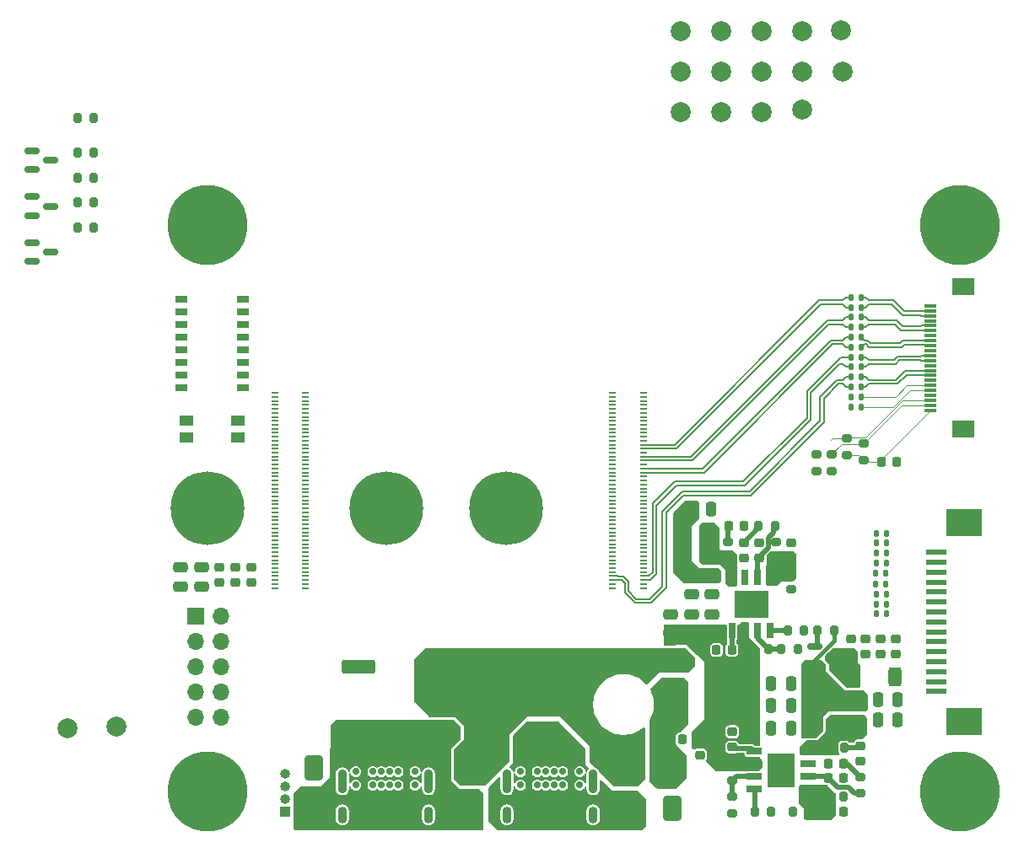
<source format=gbr>
%TF.GenerationSoftware,KiCad,Pcbnew,8.0.3*%
%TF.CreationDate,2024-11-01T12:04:32+00:00*%
%TF.ProjectId,CM4RadarBoard,434d3452-6164-4617-9242-6f6172642e6b,rev?*%
%TF.SameCoordinates,Original*%
%TF.FileFunction,Copper,L1,Top*%
%TF.FilePolarity,Positive*%
%FSLAX46Y46*%
G04 Gerber Fmt 4.6, Leading zero omitted, Abs format (unit mm)*
G04 Created by KiCad (PCBNEW 8.0.3) date 2024-11-01 12:04:32*
%MOMM*%
%LPD*%
G01*
G04 APERTURE LIST*
G04 Aperture macros list*
%AMRoundRect*
0 Rectangle with rounded corners*
0 $1 Rounding radius*
0 $2 $3 $4 $5 $6 $7 $8 $9 X,Y pos of 4 corners*
0 Add a 4 corners polygon primitive as box body*
4,1,4,$2,$3,$4,$5,$6,$7,$8,$9,$2,$3,0*
0 Add four circle primitives for the rounded corners*
1,1,$1+$1,$2,$3*
1,1,$1+$1,$4,$5*
1,1,$1+$1,$6,$7*
1,1,$1+$1,$8,$9*
0 Add four rect primitives between the rounded corners*
20,1,$1+$1,$2,$3,$4,$5,0*
20,1,$1+$1,$4,$5,$6,$7,0*
20,1,$1+$1,$6,$7,$8,$9,0*
20,1,$1+$1,$8,$9,$2,$3,0*%
G04 Aperture macros list end*
%TA.AperFunction,ComponentPad*%
%ADD10C,7.400000*%
%TD*%
%TA.AperFunction,SMDPad,CuDef*%
%ADD11R,0.650000X1.500000*%
%TD*%
%TA.AperFunction,SMDPad,CuDef*%
%ADD12R,3.350000X2.710000*%
%TD*%
%TA.AperFunction,SMDPad,CuDef*%
%ADD13R,1.500000X0.650000*%
%TD*%
%TA.AperFunction,SMDPad,CuDef*%
%ADD14R,2.710000X3.350000*%
%TD*%
%TA.AperFunction,SMDPad,CuDef*%
%ADD15C,2.000000*%
%TD*%
%TA.AperFunction,SMDPad,CuDef*%
%ADD16R,3.400000X0.980000*%
%TD*%
%TA.AperFunction,SMDPad,CuDef*%
%ADD17RoundRect,0.250000X0.650000X-1.000000X0.650000X1.000000X-0.650000X1.000000X-0.650000X-1.000000X0*%
%TD*%
%TA.AperFunction,SMDPad,CuDef*%
%ADD18RoundRect,0.135000X-0.135000X-0.185000X0.135000X-0.185000X0.135000X0.185000X-0.135000X0.185000X0*%
%TD*%
%TA.AperFunction,SMDPad,CuDef*%
%ADD19RoundRect,0.250000X0.250000X0.475000X-0.250000X0.475000X-0.250000X-0.475000X0.250000X-0.475000X0*%
%TD*%
%TA.AperFunction,SMDPad,CuDef*%
%ADD20RoundRect,0.225000X-0.225000X-0.250000X0.225000X-0.250000X0.225000X0.250000X-0.225000X0.250000X0*%
%TD*%
%TA.AperFunction,ComponentPad*%
%ADD21C,0.700000*%
%TD*%
%TA.AperFunction,ComponentPad*%
%ADD22O,0.900000X2.400000*%
%TD*%
%TA.AperFunction,ComponentPad*%
%ADD23O,0.900000X1.700000*%
%TD*%
%TA.AperFunction,SMDPad,CuDef*%
%ADD24RoundRect,0.150000X-0.587500X-0.150000X0.587500X-0.150000X0.587500X0.150000X-0.587500X0.150000X0*%
%TD*%
%TA.AperFunction,SMDPad,CuDef*%
%ADD25R,0.980000X3.400000*%
%TD*%
%TA.AperFunction,SMDPad,CuDef*%
%ADD26RoundRect,0.135000X0.135000X0.185000X-0.135000X0.185000X-0.135000X-0.185000X0.135000X-0.185000X0*%
%TD*%
%TA.AperFunction,SMDPad,CuDef*%
%ADD27RoundRect,0.250000X-0.475000X0.250000X-0.475000X-0.250000X0.475000X-0.250000X0.475000X0.250000X0*%
%TD*%
%TA.AperFunction,SMDPad,CuDef*%
%ADD28RoundRect,0.200000X0.200000X0.275000X-0.200000X0.275000X-0.200000X-0.275000X0.200000X-0.275000X0*%
%TD*%
%TA.AperFunction,SMDPad,CuDef*%
%ADD29RoundRect,0.200000X-0.275000X0.200000X-0.275000X-0.200000X0.275000X-0.200000X0.275000X0.200000X0*%
%TD*%
%TA.AperFunction,SMDPad,CuDef*%
%ADD30RoundRect,0.250000X0.475000X-0.250000X0.475000X0.250000X-0.475000X0.250000X-0.475000X-0.250000X0*%
%TD*%
%TA.AperFunction,SMDPad,CuDef*%
%ADD31RoundRect,0.225000X-0.250000X0.225000X-0.250000X-0.225000X0.250000X-0.225000X0.250000X0.225000X0*%
%TD*%
%TA.AperFunction,SMDPad,CuDef*%
%ADD32R,0.700000X0.200000*%
%TD*%
%TA.AperFunction,SMDPad,CuDef*%
%ADD33RoundRect,0.249999X1.425001X-0.450001X1.425001X0.450001X-1.425001X0.450001X-1.425001X-0.450001X0*%
%TD*%
%TA.AperFunction,ComponentPad*%
%ADD34R,1.700000X1.700000*%
%TD*%
%TA.AperFunction,ComponentPad*%
%ADD35O,1.700000X1.700000*%
%TD*%
%TA.AperFunction,SMDPad,CuDef*%
%ADD36RoundRect,0.200000X-0.200000X-0.275000X0.200000X-0.275000X0.200000X0.275000X-0.200000X0.275000X0*%
%TD*%
%TA.AperFunction,SMDPad,CuDef*%
%ADD37RoundRect,0.200000X0.275000X-0.200000X0.275000X0.200000X-0.275000X0.200000X-0.275000X-0.200000X0*%
%TD*%
%TA.AperFunction,SMDPad,CuDef*%
%ADD38RoundRect,0.225000X0.250000X-0.225000X0.250000X0.225000X-0.250000X0.225000X-0.250000X-0.225000X0*%
%TD*%
%TA.AperFunction,SMDPad,CuDef*%
%ADD39RoundRect,0.250000X-0.250000X-0.475000X0.250000X-0.475000X0.250000X0.475000X-0.250000X0.475000X0*%
%TD*%
%TA.AperFunction,SMDPad,CuDef*%
%ADD40R,1.250000X0.760000*%
%TD*%
%TA.AperFunction,SMDPad,CuDef*%
%ADD41RoundRect,0.225000X0.225000X0.250000X-0.225000X0.250000X-0.225000X-0.250000X0.225000X-0.250000X0*%
%TD*%
%TA.AperFunction,SMDPad,CuDef*%
%ADD42RoundRect,0.249999X-1.425001X0.450001X-1.425001X-0.450001X1.425001X-0.450001X1.425001X0.450001X0*%
%TD*%
%TA.AperFunction,SMDPad,CuDef*%
%ADD43RoundRect,0.250000X-0.650000X1.000000X-0.650000X-1.000000X0.650000X-1.000000X0.650000X1.000000X0*%
%TD*%
%TA.AperFunction,SMDPad,CuDef*%
%ADD44RoundRect,0.249999X-0.387501X-0.700001X0.387501X-0.700001X0.387501X0.700001X-0.387501X0.700001X0*%
%TD*%
%TA.AperFunction,SMDPad,CuDef*%
%ADD45RoundRect,0.250001X-0.624999X0.462499X-0.624999X-0.462499X0.624999X-0.462499X0.624999X0.462499X0*%
%TD*%
%TA.AperFunction,ComponentPad*%
%ADD46C,0.900000*%
%TD*%
%TA.AperFunction,ComponentPad*%
%ADD47C,8.000000*%
%TD*%
%TA.AperFunction,SMDPad,CuDef*%
%ADD48R,1.450000X1.000000*%
%TD*%
%TA.AperFunction,SMDPad,CuDef*%
%ADD49R,1.300000X0.300000*%
%TD*%
%TA.AperFunction,SMDPad,CuDef*%
%ADD50R,2.200000X1.800000*%
%TD*%
%TA.AperFunction,SMDPad,CuDef*%
%ADD51R,2.000000X0.610000*%
%TD*%
%TA.AperFunction,SMDPad,CuDef*%
%ADD52R,3.600000X2.680000*%
%TD*%
%TA.AperFunction,ComponentPad*%
%ADD53R,1.000000X1.000000*%
%TD*%
%TA.AperFunction,ComponentPad*%
%ADD54O,1.000000X1.000000*%
%TD*%
%TA.AperFunction,Conductor*%
%ADD55C,0.140000*%
%TD*%
%TA.AperFunction,Conductor*%
%ADD56C,0.100000*%
%TD*%
%TA.AperFunction,Conductor*%
%ADD57C,0.400000*%
%TD*%
%TA.AperFunction,Conductor*%
%ADD58C,0.500000*%
%TD*%
G04 APERTURE END LIST*
D10*
%TO.P,J9,1,1*%
%TO.N,GND*%
X70000000Y-68500000D03*
%TD*%
%TO.P,J8,1,1*%
%TO.N,GND*%
X58000000Y-68500000D03*
%TD*%
%TO.P,J7,1,1*%
%TO.N,GND*%
X40000000Y-68500000D03*
%TD*%
D11*
%TO.P,IC2,1,BST*%
%TO.N,Net-(IC2-BST)*%
X92695000Y-80800000D03*
%TO.P,IC2,2,VIN*%
%TO.N,VUSB*%
X93965000Y-80800000D03*
%TO.P,IC2,3,EN*%
%TO.N,Net-(IC2-EN)*%
X95235000Y-80800000D03*
%TO.P,IC2,4,RT/CLK*%
%TO.N,Net-(IC2-RT{slash}CLK)*%
X96505000Y-80800000D03*
%TO.P,IC2,5,FB*%
%TO.N,Net-(IC2-FB)*%
X96505000Y-75400000D03*
%TO.P,IC2,6,COMP*%
%TO.N,Net-(IC2-COMP)*%
X95235000Y-75400000D03*
%TO.P,IC2,7,GND*%
%TO.N,GND*%
X93965000Y-75400000D03*
%TO.P,IC2,8,SW*%
%TO.N,/PSU/SW2*%
X92695000Y-75400000D03*
D12*
%TO.P,IC2,9,EP*%
%TO.N,GND*%
X94600000Y-78100000D03*
%TD*%
D13*
%TO.P,IC1,1,BST*%
%TO.N,Net-(IC1-BST)*%
X94900000Y-92895000D03*
%TO.P,IC1,2,VIN*%
%TO.N,VUSB*%
X94900000Y-94165000D03*
%TO.P,IC1,3,EN*%
%TO.N,Net-(IC1-EN)*%
X94900000Y-95435000D03*
%TO.P,IC1,4,RT/CLK*%
%TO.N,Net-(IC1-RT{slash}CLK)*%
X94900000Y-96705000D03*
%TO.P,IC1,5,FB*%
%TO.N,Net-(IC1-FB)*%
X100300000Y-96705000D03*
%TO.P,IC1,6,COMP*%
%TO.N,Net-(IC1-COMP)*%
X100300000Y-95435000D03*
%TO.P,IC1,7,GND*%
%TO.N,GND*%
X100300000Y-94165000D03*
%TO.P,IC1,8,SW*%
%TO.N,/PSU/SW1*%
X100300000Y-92895000D03*
D14*
%TO.P,IC1,9,EP*%
%TO.N,GND*%
X97600000Y-94800000D03*
%TD*%
D15*
%TO.P,TP7,1,1*%
%TO.N,Net-(J3-GPIO_2)*%
X91600000Y-24600000D03*
%TD*%
D16*
%TO.P,L1,1,1*%
%TO.N,/PSU/SW1*%
X104100000Y-90285000D03*
%TO.P,L1,2,2*%
%TO.N,+5V*%
X104100000Y-87915000D03*
%TD*%
D17*
%TO.P,D9,1,K*%
%TO.N,Net-(D6-A)*%
X50700000Y-98600000D03*
%TO.P,D9,2,A*%
%TO.N,+5V*%
X50700000Y-94600000D03*
%TD*%
D18*
%TO.P,R13,1*%
%TO.N,/CM4HighSpeed/CAM0_D0_P*%
X104590000Y-48300000D03*
%TO.P,R13,2*%
%TO.N,/CM4HighSpeed/RCAM0_D0_P*%
X105610000Y-48300000D03*
%TD*%
D19*
%TO.P,C20,1*%
%TO.N,+5VRadar0*%
X109250000Y-87700000D03*
%TO.P,C20,2*%
%TO.N,GND*%
X107350000Y-87700000D03*
%TD*%
D18*
%TO.P,R6,1*%
%TO.N,/CM4HighSpeed/CAM0_D3_N*%
X104590000Y-55300000D03*
%TO.P,R6,2*%
%TO.N,/CM4HighSpeed/RCAM0_D3_N*%
X105610000Y-55300000D03*
%TD*%
D20*
%TO.P,C21,1*%
%TO.N,Net-(C21-Pad1)*%
X92325000Y-70300000D03*
%TO.P,C21,2*%
%TO.N,GND*%
X93875000Y-70300000D03*
%TD*%
D21*
%TO.P,J13,A1,GND*%
%TO.N,GND*%
X71435000Y-94925000D03*
%TO.P,J13,A4,VBUS*%
%TO.N,/USB/USBDevAttach*%
X72285000Y-94925000D03*
%TO.P,J13,A5,CC1*%
%TO.N,Net-(J13-CC1)*%
X73135000Y-94925000D03*
%TO.P,J13,A6,D+*%
%TO.N,/USB/USBDev_P*%
X73985000Y-94925000D03*
%TO.P,J13,A7,D-*%
%TO.N,/USB/USBDev_N*%
X74835000Y-94925000D03*
%TO.P,J13,A8,SBU1*%
%TO.N,unconnected-(J13-SBU1-PadA8)*%
X75685000Y-94925000D03*
%TO.P,J13,A9,VBUS*%
%TO.N,/USB/USBDevAttach*%
X76535000Y-94925000D03*
%TO.P,J13,A12,GND*%
%TO.N,GND*%
X77385000Y-94925000D03*
%TO.P,J13,B1,GND*%
X77385000Y-96275000D03*
%TO.P,J13,B4,VBUS*%
%TO.N,/USB/USBDevAttach*%
X76535000Y-96275000D03*
%TO.P,J13,B5,CC2*%
%TO.N,Net-(J13-CC2)*%
X75685000Y-96275000D03*
%TO.P,J13,B6,D+*%
%TO.N,/USB/USBDev_P*%
X74835000Y-96275000D03*
%TO.P,J13,B7,D-*%
%TO.N,/USB/USBDev_N*%
X73985000Y-96275000D03*
%TO.P,J13,B8,SBU2*%
%TO.N,unconnected-(J13-SBU2-PadB8)*%
X73135000Y-96275000D03*
%TO.P,J13,B9,VBUS*%
%TO.N,/USB/USBDevAttach*%
X72285000Y-96275000D03*
%TO.P,J13,B12,GND*%
%TO.N,GND*%
X71435000Y-96275000D03*
D22*
%TO.P,J13,S1,SHIELD*%
%TO.N,unconnected-(J13-SHIELD-PadS1)*%
X70085000Y-95905000D03*
D23*
X70085000Y-99285000D03*
D22*
X78735000Y-95905000D03*
D23*
X78735000Y-99285000D03*
%TD*%
D24*
%TO.P,Q3,1,G*%
%TO.N,Net-(Q3-G)*%
X22387500Y-37195000D03*
%TO.P,Q3,2,S*%
%TO.N,GND*%
X22387500Y-39095000D03*
%TO.P,Q3,3,D*%
%TO.N,Net-(Q3-D)*%
X24262500Y-38145000D03*
%TD*%
D25*
%TO.P,L2,1,1*%
%TO.N,/PSU/SW2*%
X90185000Y-72000000D03*
%TO.P,L2,2,2*%
%TO.N,+3V3*%
X87815000Y-72000000D03*
%TD*%
D26*
%TO.P,R56,1*%
%TO.N,/CM4LowSpeed/CAM0_nRESET*%
X108140000Y-75040000D03*
%TO.P,R56,2*%
%TO.N,Net-(J5-Pin_11)*%
X107120000Y-75040000D03*
%TD*%
D27*
%TO.P,C46,1*%
%TO.N,+3V3*%
X88600000Y-75180000D03*
%TO.P,C46,2*%
%TO.N,GND*%
X88600000Y-77080000D03*
%TD*%
D24*
%TO.P,Q1,1,G*%
%TO.N,Net-(Q1-G)*%
X100962500Y-82350000D03*
%TO.P,Q1,2,S*%
%TO.N,+5V*%
X100962500Y-84250000D03*
%TO.P,Q1,3,D*%
%TO.N,Net-(Q1-D)*%
X102837500Y-83300000D03*
%TD*%
D28*
%TO.P,R78,1*%
%TO.N,+5V*%
X103895000Y-97480000D03*
%TO.P,R78,2*%
%TO.N,Net-(IC1-FB)*%
X102245000Y-97480000D03*
%TD*%
D15*
%TO.P,TP10,1,1*%
%TO.N,Net-(J3-PEWAKEn)*%
X103750000Y-24600000D03*
%TD*%
D29*
%TO.P,R1,1*%
%TO.N,/CAM0_SCL*%
X101200000Y-63075000D03*
%TO.P,R1,2*%
%TO.N,/CM4LowSpeed/RCAM0_SCL*%
X101200000Y-64725000D03*
%TD*%
D30*
%TO.P,C8,1*%
%TO.N,+5V*%
X37300000Y-76350000D03*
%TO.P,C8,2*%
%TO.N,GND*%
X37300000Y-74450000D03*
%TD*%
D18*
%TO.P,R3,1*%
%TO.N,/CM4HighSpeed/CAM0_LED_EN*%
X104590000Y-58300000D03*
%TO.P,R3,2*%
%TO.N,Net-(J1-Pin_5)*%
X105610000Y-58300000D03*
%TD*%
D29*
%TO.P,R65,1*%
%TO.N,/CAM0_SDA*%
X105900000Y-61975000D03*
%TO.P,R65,2*%
%TO.N,+3V3*%
X105900000Y-63625000D03*
%TD*%
D31*
%TO.P,C40,1*%
%TO.N,Net-(C40-Pad1)*%
X93875000Y-71925000D03*
%TO.P,C40,2*%
%TO.N,GND*%
X93875000Y-73475000D03*
%TD*%
D24*
%TO.P,Q2,1,G*%
%TO.N,Net-(Q2-G)*%
X22387500Y-32570000D03*
%TO.P,Q2,2,S*%
%TO.N,GND*%
X22387500Y-34470000D03*
%TO.P,Q2,3,D*%
%TO.N,Net-(Q1-G)*%
X24262500Y-33520000D03*
%TD*%
D29*
%TO.P,R71,1*%
%TO.N,Net-(IC1-EN)*%
X92680000Y-97465000D03*
%TO.P,R71,2*%
%TO.N,GND*%
X92680000Y-99115000D03*
%TD*%
D32*
%TO.P,Module1,1,GND*%
%TO.N,GND*%
X46780000Y-56900000D03*
%TO.P,Module1,2,GND*%
X49860000Y-56900000D03*
%TO.P,Module1,3,Ethernet_Pair3_P*%
%TO.N,unconnected-(Module1A-Ethernet_Pair3_P-Pad3)*%
X46780000Y-57300000D03*
%TO.P,Module1,4,Ethernet_Pair1_P*%
%TO.N,unconnected-(Module1A-Ethernet_Pair1_P-Pad4)*%
X49860000Y-57300000D03*
%TO.P,Module1,5,Ethernet_Pair3_N*%
%TO.N,unconnected-(Module1A-Ethernet_Pair3_N-Pad5)*%
X46780000Y-57700000D03*
%TO.P,Module1,6,Ethernet_Pair1_N*%
%TO.N,unconnected-(Module1A-Ethernet_Pair1_N-Pad6)*%
X49860000Y-57700000D03*
%TO.P,Module1,7,GND*%
%TO.N,GND*%
X46780000Y-58100000D03*
%TO.P,Module1,8,GND*%
X49860000Y-58100000D03*
%TO.P,Module1,9,Ethernet_Pair2_N*%
%TO.N,unconnected-(Module1A-Ethernet_Pair2_N-Pad9)*%
X46780000Y-58500000D03*
%TO.P,Module1,10,Ethernet_Pair0_N*%
%TO.N,unconnected-(Module1A-Ethernet_Pair0_N-Pad10)*%
X49860000Y-58500000D03*
%TO.P,Module1,11,Ethernet_Pair2_P*%
%TO.N,unconnected-(Module1A-Ethernet_Pair2_P-Pad11)*%
X46780000Y-58900000D03*
%TO.P,Module1,12,Ethernet_Pair0_P*%
%TO.N,unconnected-(Module1A-Ethernet_Pair0_P-Pad12)*%
X49860000Y-58900000D03*
%TO.P,Module1,13,GND*%
%TO.N,GND*%
X46780000Y-59300000D03*
%TO.P,Module1,14,GND*%
X49860000Y-59300000D03*
%TO.P,Module1,15,Ethernet_nLED3(3.3v)*%
%TO.N,unconnected-(Module1A-Ethernet_nLED3(3.3v)-Pad15)*%
X46780000Y-59700000D03*
%TO.P,Module1,16,Ethernet_SYNC_IN(1.8v)*%
%TO.N,unconnected-(Module1A-Ethernet_SYNC_IN(1.8v)-Pad16)*%
X49860000Y-59700000D03*
%TO.P,Module1,17,Ethernet_nLED2(3.3v)*%
%TO.N,unconnected-(Module1A-Ethernet_nLED2(3.3v)-Pad17)*%
X46780000Y-60100000D03*
%TO.P,Module1,18,Ethernet_SYNC_OUT(1.8v)*%
%TO.N,unconnected-(Module1A-Ethernet_SYNC_OUT(1.8v)-Pad18)*%
X49860000Y-60100000D03*
%TO.P,Module1,19,Ethernet_nLED1(3.3v)*%
%TO.N,unconnected-(Module1A-Ethernet_nLED1(3.3v)-Pad19)*%
X46780000Y-60500000D03*
%TO.P,Module1,20,EEPROM_nWP*%
%TO.N,/CM4LowSpeed/EEPROM_nWP*%
X49860000Y-60500000D03*
%TO.P,Module1,21,PI_nLED_Activity*%
%TO.N,unconnected-(Module1A-PI_nLED_Activity-Pad21)*%
X46780000Y-60900000D03*
%TO.P,Module1,22,GND*%
%TO.N,GND*%
X49860000Y-60900000D03*
%TO.P,Module1,23,GND*%
X46780000Y-61300000D03*
%TO.P,Module1,24,GPIO26*%
%TO.N,unconnected-(Module1A-GPIO26-Pad24)*%
X49860000Y-61300000D03*
%TO.P,Module1,25,GPIO21*%
%TO.N,unconnected-(Module1A-GPIO21-Pad25)*%
X46780000Y-61700000D03*
%TO.P,Module1,26,GPIO19*%
%TO.N,unconnected-(Module1A-GPIO19-Pad26)*%
X49860000Y-61700000D03*
%TO.P,Module1,27,GPIO20*%
%TO.N,unconnected-(Module1A-GPIO20-Pad27)*%
X46780000Y-62100000D03*
%TO.P,Module1,28,GPIO13*%
%TO.N,unconnected-(Module1A-GPIO13-Pad28)*%
X49860000Y-62100000D03*
%TO.P,Module1,29,GPIO16*%
%TO.N,unconnected-(Module1A-GPIO16-Pad29)*%
X46780000Y-62500000D03*
%TO.P,Module1,30,GPIO6*%
%TO.N,unconnected-(Module1A-GPIO6-Pad30)*%
X49860000Y-62500000D03*
%TO.P,Module1,31,GPIO12*%
%TO.N,unconnected-(Module1A-GPIO12-Pad31)*%
X46780000Y-62900000D03*
%TO.P,Module1,32,GND*%
%TO.N,GND*%
X49860000Y-62900000D03*
%TO.P,Module1,33,GND*%
X46780000Y-63300000D03*
%TO.P,Module1,34,GPIO5*%
%TO.N,unconnected-(Module1A-GPIO5-Pad34)*%
X49860000Y-63300000D03*
%TO.P,Module1,35,ID_SC*%
%TO.N,/CM4LowSpeed/RCAM0_SCL*%
X46780000Y-63700000D03*
%TO.P,Module1,36,ID_SD*%
%TO.N,/CM4LowSpeed/RCAM0_SDA*%
X49860000Y-63700000D03*
%TO.P,Module1,37,GPIO7*%
%TO.N,unconnected-(Module1A-GPIO7-Pad37)*%
X46780000Y-64100000D03*
%TO.P,Module1,38,GPIO11*%
%TO.N,unconnected-(Module1A-GPIO11-Pad38)*%
X49860000Y-64100000D03*
%TO.P,Module1,39,GPIO8*%
%TO.N,unconnected-(Module1A-GPIO8-Pad39)*%
X46780000Y-64500000D03*
%TO.P,Module1,40,GPIO9*%
%TO.N,unconnected-(Module1A-GPIO9-Pad40)*%
X49860000Y-64500000D03*
%TO.P,Module1,41,GPIO25*%
%TO.N,unconnected-(Module1A-GPIO25-Pad41)*%
X46780000Y-64900000D03*
%TO.P,Module1,42,GND*%
%TO.N,GND*%
X49860000Y-64900000D03*
%TO.P,Module1,43,GND*%
X46780000Y-65300000D03*
%TO.P,Module1,44,GPIO10*%
%TO.N,unconnected-(Module1A-GPIO10-Pad44)*%
X49860000Y-65300000D03*
%TO.P,Module1,45,GPIO24*%
%TO.N,unconnected-(Module1A-GPIO24-Pad45)*%
X46780000Y-65700000D03*
%TO.P,Module1,46,GPIO22*%
%TO.N,unconnected-(Module1A-GPIO22-Pad46)*%
X49860000Y-65700000D03*
%TO.P,Module1,47,GPIO23*%
%TO.N,unconnected-(Module1A-GPIO23-Pad47)*%
X46780000Y-66100000D03*
%TO.P,Module1,48,GPIO27*%
%TO.N,unconnected-(Module1A-GPIO27-Pad48)*%
X49860000Y-66100000D03*
%TO.P,Module1,49,GPIO18*%
%TO.N,unconnected-(Module1A-GPIO18-Pad49)*%
X46780000Y-66500000D03*
%TO.P,Module1,50,GPIO17*%
%TO.N,unconnected-(Module1A-GPIO17-Pad50)*%
X49860000Y-66500000D03*
%TO.P,Module1,51,GPIO15*%
%TO.N,unconnected-(Module1A-GPIO15-Pad51)*%
X46780000Y-66900000D03*
%TO.P,Module1,52,GND*%
%TO.N,GND*%
X49860000Y-66900000D03*
%TO.P,Module1,53,GND*%
X46780000Y-67300000D03*
%TO.P,Module1,54,GPIO4*%
%TO.N,unconnected-(Module1A-GPIO4-Pad54)*%
X49860000Y-67300000D03*
%TO.P,Module1,55,GPIO14*%
%TO.N,unconnected-(Module1A-GPIO14-Pad55)*%
X46780000Y-67700000D03*
%TO.P,Module1,56,GPIO3*%
%TO.N,unconnected-(Module1A-GPIO3-Pad56)*%
X49860000Y-67700000D03*
%TO.P,Module1,57,SD_CLK*%
%TO.N,/SD_CLK*%
X46780000Y-68100000D03*
%TO.P,Module1,58,GPIO2*%
%TO.N,unconnected-(Module1A-GPIO2-Pad58)*%
X49860000Y-68100000D03*
%TO.P,Module1,59,GND*%
%TO.N,GND*%
X46780000Y-68500000D03*
%TO.P,Module1,60,GND*%
X49860000Y-68500000D03*
%TO.P,Module1,61,SD_DAT3*%
%TO.N,/SD_D3*%
X46780000Y-68900000D03*
%TO.P,Module1,62,SD_CMD*%
%TO.N,/SD_CMD*%
X49860000Y-68900000D03*
%TO.P,Module1,63,SD_DAT0*%
%TO.N,/SD_D0*%
X46780000Y-69300000D03*
%TO.P,Module1,64,SD_DAT5*%
%TO.N,unconnected-(Module1A-SD_DAT5-Pad64)*%
X49860000Y-69300000D03*
%TO.P,Module1,65,GND*%
%TO.N,GND*%
X46780000Y-69700000D03*
%TO.P,Module1,66,GND*%
X49860000Y-69700000D03*
%TO.P,Module1,67,SD_DAT1*%
%TO.N,/SD_D1*%
X46780000Y-70100000D03*
%TO.P,Module1,68,SD_DAT4*%
%TO.N,unconnected-(Module1A-SD_DAT4-Pad68)*%
X49860000Y-70100000D03*
%TO.P,Module1,69,SD_DAT2*%
%TO.N,/SD_D2*%
X46780000Y-70500000D03*
%TO.P,Module1,70,SD_DAT7*%
%TO.N,unconnected-(Module1A-SD_DAT7-Pad70)*%
X49860000Y-70500000D03*
%TO.P,Module1,71,GND*%
%TO.N,GND*%
X46780000Y-70900000D03*
%TO.P,Module1,72,SD_DAT6*%
%TO.N,unconnected-(Module1A-SD_DAT6-Pad72)*%
X49860000Y-70900000D03*
%TO.P,Module1,73,SD_VDD_Override*%
%TO.N,unconnected-(Module1A-SD_VDD_Override-Pad73)*%
X46780000Y-71300000D03*
%TO.P,Module1,74,GND*%
%TO.N,GND*%
X49860000Y-71300000D03*
%TO.P,Module1,75,SD_PWR_ON*%
%TO.N,unconnected-(Module1A-SD_PWR_ON-Pad75)*%
X46780000Y-71700000D03*
%TO.P,Module1,76,Reserved*%
%TO.N,unconnected-(Module1A-Reserved-Pad76)*%
X49860000Y-71700000D03*
%TO.P,Module1,77,+5v_(Input)*%
%TO.N,+5V*%
X46780000Y-72100000D03*
%TO.P,Module1,78,GPIO_VREF(1.8v/3.3v_Input)*%
%TO.N,/CM4LowSpeed/VREF_GPIO*%
X49860000Y-72100000D03*
%TO.P,Module1,79,+5v_(Input)*%
%TO.N,+5V*%
X46780000Y-72500000D03*
%TO.P,Module1,80,SCL0*%
%TO.N,/CM4LowSpeed/RCAM1_SCL*%
X49860000Y-72500000D03*
%TO.P,Module1,81,+5v_(Input)*%
%TO.N,+5V*%
X46780000Y-72900000D03*
%TO.P,Module1,82,SDA0*%
%TO.N,/CM4LowSpeed/RCAM1_SDA*%
X49860000Y-72900000D03*
%TO.P,Module1,83,+5v_(Input)*%
%TO.N,+5V*%
X46780000Y-73300000D03*
%TO.P,Module1,84,+3.3v_(Output)*%
%TO.N,/CM4LowSpeed/3V3_GPIO*%
X49860000Y-73300000D03*
%TO.P,Module1,85,+5v_(Input)*%
%TO.N,+5V*%
X46780000Y-73700000D03*
%TO.P,Module1,86,+3.3v_(Output)*%
%TO.N,/CM4LowSpeed/3V3_GPIO*%
X49860000Y-73700000D03*
%TO.P,Module1,87,+5v_(Input)*%
%TO.N,+5V*%
X46780000Y-74100000D03*
%TO.P,Module1,88,+1.8v_(Output)*%
%TO.N,/CM4LowSpeed/1V8_GPIO*%
X49860000Y-74100000D03*
%TO.P,Module1,89,WiFi_nDisable*%
%TO.N,Net-(Module1A-WiFi_nDisable)*%
X46780000Y-74500000D03*
%TO.P,Module1,90,+1.8v_(Output)*%
%TO.N,/CM4LowSpeed/1V8_GPIO*%
X49860000Y-74500000D03*
%TO.P,Module1,91,BT_nDisable*%
%TO.N,Net-(Module1A-BT_nDisable)*%
X46780000Y-74900000D03*
%TO.P,Module1,92,RUN_PG*%
%TO.N,/CM4LowSpeed/RUN_PG*%
X49860000Y-74900000D03*
%TO.P,Module1,93,nRPIBOOT*%
%TO.N,/CM4LowSpeed/RPI_nBOOT*%
X46780000Y-75300000D03*
%TO.P,Module1,94,AnalogIP1*%
%TO.N,unconnected-(Module1A-AnalogIP1-Pad94)*%
X49860000Y-75300000D03*
%TO.P,Module1,95,nPI_LED_PWR*%
%TO.N,unconnected-(Module1A-nPI_LED_PWR-Pad95)*%
X46780000Y-75700000D03*
%TO.P,Module1,96,AnalogIP0*%
%TO.N,unconnected-(Module1A-AnalogIP0-Pad96)*%
X49860000Y-75700000D03*
%TO.P,Module1,97,Camera_GPIO*%
%TO.N,unconnected-(Module1A-Camera_GPIO-Pad97)*%
X46780000Y-76100000D03*
%TO.P,Module1,98,GND*%
%TO.N,GND*%
X49860000Y-76100000D03*
%TO.P,Module1,99,Global_EN*%
%TO.N,/CM4LowSpeed/GLOBAL_EN*%
X46780000Y-76500000D03*
%TO.P,Module1,100,nEXTRST*%
%TO.N,/nEXTRST*%
X49860000Y-76500000D03*
%TO.P,Module1,101,USB_OTG_ID*%
%TO.N,/USB_OTG*%
X80700000Y-56900000D03*
%TO.P,Module1,102,PCIe_CLK_nREQ*%
%TO.N,/CM4HighSpeed/PCIE_nCLKREQ*%
X83780000Y-56900000D03*
%TO.P,Module1,103,USB2_N*%
%TO.N,/USB2_N*%
X80700000Y-57300000D03*
%TO.P,Module1,104,Reserved*%
%TO.N,unconnected-(Module1B-Reserved-Pad104)*%
X83780000Y-57300000D03*
%TO.P,Module1,105,USB2_P*%
%TO.N,/USB2_P*%
X80700000Y-57700000D03*
%TO.P,Module1,106,Reserved*%
%TO.N,unconnected-(Module1B-Reserved-Pad106)*%
X83780000Y-57700000D03*
%TO.P,Module1,107,GND*%
%TO.N,GND*%
X80700000Y-58100000D03*
%TO.P,Module1,108,GND*%
X83780000Y-58100000D03*
%TO.P,Module1,109,PCIe_nRST*%
%TO.N,/CM4HighSpeed/PCIE_nRST*%
X80700000Y-58500000D03*
%TO.P,Module1,110,PCIe_CLK_P*%
%TO.N,/CM4HighSpeed/PCIE_CK_P*%
X83780000Y-58500000D03*
%TO.P,Module1,111,VDAC_COMP*%
%TO.N,unconnected-(Module1B-VDAC_COMP-Pad111)*%
X80700000Y-58900000D03*
%TO.P,Module1,112,PCIe_CLK_N*%
%TO.N,/CM4HighSpeed/PCIE_CK_N*%
X83780000Y-58900000D03*
%TO.P,Module1,113,GND*%
%TO.N,GND*%
X80700000Y-59300000D03*
%TO.P,Module1,114,GND*%
X83780000Y-59300000D03*
%TO.P,Module1,115,CAM1_D0_N*%
%TO.N,/CM4HighSpeed/CAM1_D0_N*%
X80700000Y-59700000D03*
%TO.P,Module1,116,PCIe_RX_P*%
%TO.N,/CM4HighSpeed/PCIE_RX_P*%
X83780000Y-59700000D03*
%TO.P,Module1,117,CAM1_D0_P*%
%TO.N,/CM4HighSpeed/CAM1_D0_P*%
X80700000Y-60100000D03*
%TO.P,Module1,118,PCIe_RX_N*%
%TO.N,/CM4HighSpeed/PCIE_RX_N*%
X83780000Y-60100000D03*
%TO.P,Module1,119,GND*%
%TO.N,GND*%
X80700000Y-60500000D03*
%TO.P,Module1,120,GND*%
X83780000Y-60500000D03*
%TO.P,Module1,121,CAM1_D1_N*%
%TO.N,/CM4HighSpeed/CAM1_D1_N*%
X80700000Y-60900000D03*
%TO.P,Module1,122,PCIe_TX_P*%
%TO.N,/CM4HighSpeed/PCIE_TX_P*%
X83780000Y-60900000D03*
%TO.P,Module1,123,CAM1_D1_P*%
%TO.N,/CM4HighSpeed/CAM1_D1_P*%
X80700000Y-61300000D03*
%TO.P,Module1,124,PCIe_TX_N*%
%TO.N,/CM4HighSpeed/PCIE_TX_N*%
X83780000Y-61300000D03*
%TO.P,Module1,125,GND*%
%TO.N,GND*%
X80700000Y-61700000D03*
%TO.P,Module1,126,GND*%
X83780000Y-61700000D03*
%TO.P,Module1,127,CAM1_C_N*%
%TO.N,/CM4HighSpeed/CAM1_CK_N*%
X80700000Y-62100000D03*
%TO.P,Module1,128,CAM0_D0_N*%
%TO.N,/CM4HighSpeed/CAM0_D0_N*%
X83780000Y-62100000D03*
%TO.P,Module1,129,CAM1_C_P*%
%TO.N,/CM4HighSpeed/CAM1_CK_P*%
X80700000Y-62500000D03*
%TO.P,Module1,130,CAM0_D0_P*%
%TO.N,/CM4HighSpeed/CAM0_D0_P*%
X83780000Y-62500000D03*
%TO.P,Module1,131,GND*%
%TO.N,GND*%
X80700000Y-62900000D03*
%TO.P,Module1,132,GND*%
X83780000Y-62900000D03*
%TO.P,Module1,133,CAM1_D2_N*%
%TO.N,/CM4HighSpeed/CAM1_D2_N*%
X80700000Y-63300000D03*
%TO.P,Module1,134,CAM0_D1_N*%
%TO.N,/CM4HighSpeed/CAM0_D1_N*%
X83780000Y-63300000D03*
%TO.P,Module1,135,CAM1_D2_P*%
%TO.N,/CM4HighSpeed/CAM1_D2_P*%
X80700000Y-63700000D03*
%TO.P,Module1,136,CAM0_D1_P*%
%TO.N,/CM4HighSpeed/CAM0_D1_P*%
X83780000Y-63700000D03*
%TO.P,Module1,137,GND*%
%TO.N,GND*%
X80700000Y-64100000D03*
%TO.P,Module1,138,GND*%
X83780000Y-64100000D03*
%TO.P,Module1,139,CAM1_D3_N*%
%TO.N,/CM4HighSpeed/CAM1_D3_N*%
X80700000Y-64500000D03*
%TO.P,Module1,140,CAM0_C_N*%
%TO.N,/CM4HighSpeed/CAM0_CK_N*%
X83780000Y-64500000D03*
%TO.P,Module1,141,CAM1_D3_P*%
%TO.N,/CM4HighSpeed/CAM1_D3_P*%
X80700000Y-64900000D03*
%TO.P,Module1,142,CAM0_C_P*%
%TO.N,/CM4HighSpeed/CAM0_CK_P*%
X83780000Y-64900000D03*
%TO.P,Module1,143,HDMI1_HOTPLUG*%
%TO.N,unconnected-(Module1B-HDMI1_HOTPLUG-Pad143)*%
X80700000Y-65300000D03*
%TO.P,Module1,144,GND*%
%TO.N,GND*%
X83780000Y-65300000D03*
%TO.P,Module1,145,HDMI1_SDA*%
%TO.N,unconnected-(Module1B-HDMI1_SDA-Pad145)*%
X80700000Y-65700000D03*
%TO.P,Module1,146,HDMI1_TX2_P*%
%TO.N,unconnected-(Module1B-HDMI1_TX2_P-Pad146)*%
X83780000Y-65700000D03*
%TO.P,Module1,147,HDMI1_SCL*%
%TO.N,unconnected-(Module1B-HDMI1_SCL-Pad147)*%
X80700000Y-66100000D03*
%TO.P,Module1,148,HDMI1_TX2_N*%
%TO.N,unconnected-(Module1B-HDMI1_TX2_N-Pad148)*%
X83780000Y-66100000D03*
%TO.P,Module1,149,HDMI1_CEC*%
%TO.N,unconnected-(Module1B-HDMI1_CEC-Pad149)*%
X80700000Y-66500000D03*
%TO.P,Module1,150,GND*%
%TO.N,GND*%
X83780000Y-66500000D03*
%TO.P,Module1,151,HDMI0_CEC*%
%TO.N,unconnected-(Module1B-HDMI0_CEC-Pad151)*%
X80700000Y-66900000D03*
%TO.P,Module1,152,HDMI1_TX1_P*%
%TO.N,unconnected-(Module1B-HDMI1_TX1_P-Pad152)*%
X83780000Y-66900000D03*
%TO.P,Module1,153,HDMI0_HOTPLUG*%
%TO.N,unconnected-(Module1B-HDMI0_HOTPLUG-Pad153)*%
X80700000Y-67300000D03*
%TO.P,Module1,154,HDMI1_TX1_N*%
%TO.N,unconnected-(Module1B-HDMI1_TX1_N-Pad154)*%
X83780000Y-67300000D03*
%TO.P,Module1,155,GND*%
%TO.N,GND*%
X80700000Y-67700000D03*
%TO.P,Module1,156,GND*%
X83780000Y-67700000D03*
%TO.P,Module1,157,DSI0_D0_N*%
%TO.N,unconnected-(Module1B-DSI0_D0_N-Pad157)*%
X80700000Y-68100000D03*
%TO.P,Module1,158,HDMI1_TX0_P*%
%TO.N,unconnected-(Module1B-HDMI1_TX0_P-Pad158)*%
X83780000Y-68100000D03*
%TO.P,Module1,159,DSI0_D0_P*%
%TO.N,unconnected-(Module1B-DSI0_D0_P-Pad159)*%
X80700000Y-68500000D03*
%TO.P,Module1,160,HDMI1_TX0_N*%
%TO.N,unconnected-(Module1B-HDMI1_TX0_N-Pad160)*%
X83780000Y-68500000D03*
%TO.P,Module1,161,GND*%
%TO.N,GND*%
X80700000Y-68900000D03*
%TO.P,Module1,162,GND*%
X83780000Y-68900000D03*
%TO.P,Module1,163,DSI0_D1_N*%
%TO.N,unconnected-(Module1B-DSI0_D1_N-Pad163)*%
X80700000Y-69300000D03*
%TO.P,Module1,164,HDMI1_CLK_P*%
%TO.N,unconnected-(Module1B-HDMI1_CLK_P-Pad164)*%
X83780000Y-69300000D03*
%TO.P,Module1,165,DSI0_D1_P*%
%TO.N,unconnected-(Module1B-DSI0_D1_P-Pad165)*%
X80700000Y-69700000D03*
%TO.P,Module1,166,HDMI1_CLK_N*%
%TO.N,unconnected-(Module1B-HDMI1_CLK_N-Pad166)*%
X83780000Y-69700000D03*
%TO.P,Module1,167,GND*%
%TO.N,GND*%
X80700000Y-70100000D03*
%TO.P,Module1,168,GND*%
X83780000Y-70100000D03*
%TO.P,Module1,169,DSI0_C_N*%
%TO.N,unconnected-(Module1B-DSI0_C_N-Pad169)*%
X80700000Y-70500000D03*
%TO.P,Module1,170,HDMI0_TX2_P*%
%TO.N,unconnected-(Module1B-HDMI0_TX2_P-Pad170)*%
X83780000Y-70500000D03*
%TO.P,Module1,171,DSI0_C_P*%
%TO.N,unconnected-(Module1B-DSI0_C_P-Pad171)*%
X80700000Y-70900000D03*
%TO.P,Module1,172,HDMI0_TX2_N*%
%TO.N,unconnected-(Module1B-HDMI0_TX2_N-Pad172)*%
X83780000Y-70900000D03*
%TO.P,Module1,173,GND*%
%TO.N,GND*%
X80700000Y-71300000D03*
%TO.P,Module1,174,GND*%
X83780000Y-71300000D03*
%TO.P,Module1,175,DSI1_D0_N*%
%TO.N,unconnected-(Module1B-DSI1_D0_N-Pad175)*%
X80700000Y-71700000D03*
%TO.P,Module1,176,HDMI0_TX1_P*%
%TO.N,unconnected-(Module1B-HDMI0_TX1_P-Pad176)*%
X83780000Y-71700000D03*
%TO.P,Module1,177,DSI1_D0_P*%
%TO.N,unconnected-(Module1B-DSI1_D0_P-Pad177)*%
X80700000Y-72100000D03*
%TO.P,Module1,178,HDMI0_TX1_N*%
%TO.N,unconnected-(Module1B-HDMI0_TX1_N-Pad178)*%
X83780000Y-72100000D03*
%TO.P,Module1,179,GND*%
%TO.N,GND*%
X80700000Y-72500000D03*
%TO.P,Module1,180,GND*%
X83780000Y-72500000D03*
%TO.P,Module1,181,DSI1_D1_N*%
%TO.N,unconnected-(Module1B-DSI1_D1_N-Pad181)*%
X80700000Y-72900000D03*
%TO.P,Module1,182,HDMI0_TX0_P*%
%TO.N,unconnected-(Module1B-HDMI0_TX0_P-Pad182)*%
X83780000Y-72900000D03*
%TO.P,Module1,183,DSI1_D1_P*%
%TO.N,unconnected-(Module1B-DSI1_D1_P-Pad183)*%
X80700000Y-73300000D03*
%TO.P,Module1,184,HDMI0_TX0_N*%
%TO.N,unconnected-(Module1B-HDMI0_TX0_N-Pad184)*%
X83780000Y-73300000D03*
%TO.P,Module1,185,GND*%
%TO.N,GND*%
X80700000Y-73700000D03*
%TO.P,Module1,186,GND*%
X83780000Y-73700000D03*
%TO.P,Module1,187,DSI1_C_N*%
%TO.N,unconnected-(Module1B-DSI1_C_N-Pad187)*%
X80700000Y-74100000D03*
%TO.P,Module1,188,HDMI0_CLK_P*%
%TO.N,unconnected-(Module1B-HDMI0_CLK_P-Pad188)*%
X83780000Y-74100000D03*
%TO.P,Module1,189,DSI1_C_P*%
%TO.N,unconnected-(Module1B-DSI1_C_P-Pad189)*%
X80700000Y-74500000D03*
%TO.P,Module1,190,HDMI0_CLK_N*%
%TO.N,unconnected-(Module1B-HDMI0_CLK_N-Pad190)*%
X83780000Y-74500000D03*
%TO.P,Module1,191,GND*%
%TO.N,GND*%
X80700000Y-74900000D03*
%TO.P,Module1,192,GND*%
X83780000Y-74900000D03*
%TO.P,Module1,193,DSI1_D2_N*%
%TO.N,/CM4HighSpeed/CAM0_D3_N*%
X80700000Y-75300000D03*
%TO.P,Module1,194,DSI1_D3_N*%
%TO.N,/CM4HighSpeed/CAM0_D2_N*%
X83780000Y-75300000D03*
%TO.P,Module1,195,DSI1_D2_P*%
%TO.N,/CM4HighSpeed/CAM0_D3_P*%
X80700000Y-75700000D03*
%TO.P,Module1,196,DSI1_D3_P*%
%TO.N,/CM4HighSpeed/CAM0_D2_P*%
X83780000Y-75700000D03*
%TO.P,Module1,197,GND*%
%TO.N,GND*%
X80700000Y-76100000D03*
%TO.P,Module1,198,GND*%
X83780000Y-76100000D03*
%TO.P,Module1,199,HDMI0_SDA*%
%TO.N,unconnected-(Module1B-HDMI0_SDA-Pad199)*%
X80700000Y-76500000D03*
%TO.P,Module1,200,HDMI0_SCL*%
%TO.N,unconnected-(Module1B-HDMI0_SCL-Pad200)*%
X83780000Y-76500000D03*
%TD*%
D33*
%TO.P,R90,1*%
%TO.N,Net-(D6-A)*%
X63200000Y-90550000D03*
%TO.P,R90,2*%
%TO.N,PWR_USB*%
X63200000Y-84450000D03*
%TD*%
D18*
%TO.P,R7,1*%
%TO.N,/CM4HighSpeed/CAM0_D2_P*%
X104590000Y-54300000D03*
%TO.P,R7,2*%
%TO.N,/CM4HighSpeed/RCAM0_D2_P*%
X105610000Y-54300000D03*
%TD*%
D34*
%TO.P,J6,1,Pin_1*%
%TO.N,unconnected-(J6-Pin_1-Pad1)*%
X38860000Y-79340000D03*
D35*
%TO.P,J6,2,Pin_2*%
%TO.N,unconnected-(J6-Pin_2-Pad2)*%
X41400000Y-79340000D03*
%TO.P,J6,3,Pin_3*%
%TO.N,unconnected-(J6-Pin_3-Pad3)*%
X38860000Y-81880000D03*
%TO.P,J6,4,Pin_4*%
%TO.N,unconnected-(J6-Pin_4-Pad4)*%
X41400000Y-81880000D03*
%TO.P,J6,5,Pin_5*%
%TO.N,unconnected-(J6-Pin_5-Pad5)*%
X38860000Y-84420000D03*
%TO.P,J6,6,Pin_6*%
%TO.N,unconnected-(J6-Pin_6-Pad6)*%
X41400000Y-84420000D03*
%TO.P,J6,7,Pin_7*%
%TO.N,unconnected-(J6-Pin_7-Pad7)*%
X38860000Y-86960000D03*
%TO.P,J6,8,Pin_8*%
%TO.N,unconnected-(J6-Pin_8-Pad8)*%
X41400000Y-86960000D03*
%TO.P,J6,9,Pin_9*%
%TO.N,unconnected-(J6-Pin_9-Pad9)*%
X38860000Y-89500000D03*
%TO.P,J6,10,Pin_10*%
%TO.N,unconnected-(J6-Pin_10-Pad10)*%
X41400000Y-89500000D03*
%TD*%
D15*
%TO.P,TP4,1,1*%
%TO.N,Net-(J3-GPIO_10)*%
X103650000Y-20450000D03*
%TD*%
D26*
%TO.P,R54,1*%
%TO.N,/CM4LowSpeed/CAM0_nERROUT*%
X108150000Y-77080000D03*
%TO.P,R54,2*%
%TO.N,Net-(J5-Pin_9)*%
X107130000Y-77080000D03*
%TD*%
D36*
%TO.P,R77,1*%
%TO.N,Net-(C40-Pad1)*%
X95350000Y-70300000D03*
%TO.P,R77,2*%
%TO.N,Net-(IC2-COMP)*%
X97000000Y-70300000D03*
%TD*%
D37*
%TO.P,R68,1*%
%TO.N,/PSU/SW2*%
X92275000Y-73525000D03*
%TO.P,R68,2*%
%TO.N,Net-(C21-Pad1)*%
X92275000Y-71875000D03*
%TD*%
D15*
%TO.P,TP6,1,1*%
%TO.N,Net-(J3-GPIO_1)*%
X87550000Y-24600000D03*
%TD*%
D30*
%TO.P,C34,1*%
%TO.N,VUSB*%
X90700000Y-81080000D03*
%TO.P,C34,2*%
%TO.N,GND*%
X90700000Y-79180000D03*
%TD*%
D29*
%TO.P,R61,1*%
%TO.N,/CAM0_SCL*%
X104200000Y-61475000D03*
%TO.P,R61,2*%
%TO.N,+3V3*%
X104200000Y-63125000D03*
%TD*%
D38*
%TO.P,C38,1*%
%TO.N,Net-(IC2-COMP)*%
X95375000Y-73475000D03*
%TO.P,C38,2*%
%TO.N,GND*%
X95375000Y-71925000D03*
%TD*%
D36*
%TO.P,R106,1*%
%TO.N,Net-(Q1-G)*%
X101275000Y-80800000D03*
%TO.P,R106,2*%
%TO.N,+5V*%
X102925000Y-80800000D03*
%TD*%
D39*
%TO.P,C31,1*%
%TO.N,VUSB*%
X94650000Y-88300000D03*
%TO.P,C31,2*%
%TO.N,GND*%
X96550000Y-88300000D03*
%TD*%
D40*
%TO.P,SW1,1*%
%TO.N,GND*%
X37425000Y-47455000D03*
%TO.P,SW1,2*%
X37425000Y-48725000D03*
%TO.P,SW1,3*%
X37425000Y-49995000D03*
%TO.P,SW1,4*%
X37425000Y-51265000D03*
%TO.P,SW1,5*%
X37425000Y-52535000D03*
%TO.P,SW1,6*%
X37425000Y-53805000D03*
%TO.P,SW1,7*%
X37425000Y-55075000D03*
%TO.P,SW1,8*%
X37425000Y-56345000D03*
%TO.P,SW1,9*%
%TO.N,unconnected-(SW1-Pad9)*%
X43575000Y-56345000D03*
%TO.P,SW1,10*%
%TO.N,unconnected-(SW1-Pad10)*%
X43575000Y-55075000D03*
%TO.P,SW1,11*%
%TO.N,unconnected-(SW1-Pad11)*%
X43575000Y-53805000D03*
%TO.P,SW1,12*%
%TO.N,unconnected-(SW1-Pad12)*%
X43575000Y-52535000D03*
%TO.P,SW1,13*%
%TO.N,unconnected-(SW1-Pad13)*%
X43575000Y-51265000D03*
%TO.P,SW1,14*%
%TO.N,/CM4LowSpeed/EEPROM_nWP*%
X43575000Y-49995000D03*
%TO.P,SW1,15*%
%TO.N,/CM4LowSpeed/RUN_PG*%
X43575000Y-48725000D03*
%TO.P,SW1,16*%
%TO.N,/CM4LowSpeed/GLOBAL_EN*%
X43575000Y-47455000D03*
%TD*%
D18*
%TO.P,R5,1*%
%TO.N,/CM4HighSpeed/CAM0_D3_P*%
X104590000Y-56300000D03*
%TO.P,R5,2*%
%TO.N,/CM4HighSpeed/RCAM0_D3_P*%
X105610000Y-56300000D03*
%TD*%
D36*
%TO.P,R105,1*%
%TO.N,Net-(Q2-G)*%
X26980000Y-29320000D03*
%TO.P,R105,2*%
%TO.N,GND*%
X28630000Y-29320000D03*
%TD*%
D41*
%TO.P,C41,1*%
%TO.N,+5V*%
X103835000Y-98970000D03*
%TO.P,C41,2*%
%TO.N,Net-(IC1-FB)*%
X102285000Y-98970000D03*
%TD*%
D19*
%TO.P,C47,1*%
%TO.N,+5V*%
X100550000Y-88300000D03*
%TO.P,C47,2*%
%TO.N,GND*%
X98650000Y-88300000D03*
%TD*%
D20*
%TO.P,C1,1*%
%TO.N,+3V3*%
X107675000Y-63820000D03*
%TO.P,C1,2*%
%TO.N,GND*%
X109225000Y-63820000D03*
%TD*%
D18*
%TO.P,R10,1*%
%TO.N,/CM4HighSpeed/CAM0_CK_N*%
X104590000Y-51300000D03*
%TO.P,R10,2*%
%TO.N,/CM4HighSpeed/RCAM0_CK_N*%
X105610000Y-51300000D03*
%TD*%
D36*
%TO.P,R108,1*%
%TO.N,/PSU/RADAR1_EN*%
X26950000Y-35280000D03*
%TO.P,R108,2*%
%TO.N,Net-(Q3-G)*%
X28600000Y-35280000D03*
%TD*%
D24*
%TO.P,Q4,1,G*%
%TO.N,Net-(Q3-D)*%
X22387500Y-41820000D03*
%TO.P,Q4,2,S*%
%TO.N,+5V*%
X22387500Y-43720000D03*
%TO.P,Q4,3,D*%
%TO.N,Net-(Q4-D)*%
X24262500Y-42770000D03*
%TD*%
D38*
%TO.P,C15,1*%
%TO.N,+5VRadar0*%
X109100000Y-83175000D03*
%TO.P,C15,2*%
%TO.N,GND*%
X109100000Y-81625000D03*
%TD*%
D42*
%TO.P,R95,1*%
%TO.N,+5V*%
X55220000Y-84380000D03*
%TO.P,R95,2*%
%TO.N,Net-(D6-A)*%
X55220000Y-90480000D03*
%TD*%
D36*
%TO.P,R73,1*%
%TO.N,Net-(IC2-EN)*%
X97645000Y-82590000D03*
%TO.P,R73,2*%
%TO.N,GND*%
X99295000Y-82590000D03*
%TD*%
D38*
%TO.P,C28,1*%
%TO.N,+5VRadar0*%
X107600000Y-83175000D03*
%TO.P,C28,2*%
%TO.N,GND*%
X107600000Y-81625000D03*
%TD*%
D39*
%TO.P,C48,1*%
%TO.N,+3V3*%
X88650000Y-68600000D03*
%TO.P,C48,2*%
%TO.N,GND*%
X90550000Y-68600000D03*
%TD*%
D36*
%TO.P,R109,1*%
%TO.N,Net-(Q3-G)*%
X26950000Y-37790000D03*
%TO.P,R109,2*%
%TO.N,GND*%
X28600000Y-37790000D03*
%TD*%
D38*
%TO.P,C11,1*%
%TO.N,+5V*%
X44400000Y-75975000D03*
%TO.P,C11,2*%
%TO.N,GND*%
X44400000Y-74425000D03*
%TD*%
D15*
%TO.P,TP12,1,1*%
%TO.N,Net-(J3-SUSCLK)*%
X91600000Y-20550000D03*
%TD*%
D29*
%TO.P,R80,1*%
%TO.N,+3V3*%
X97130000Y-71865000D03*
%TO.P,R80,2*%
%TO.N,Net-(IC2-FB)*%
X97130000Y-73515000D03*
%TD*%
D38*
%TO.P,C10,1*%
%TO.N,+5V*%
X41200000Y-75975000D03*
%TO.P,C10,2*%
%TO.N,GND*%
X41200000Y-74425000D03*
%TD*%
D43*
%TO.P,D1,1,A1*%
%TO.N,Net-(D1-A1)*%
X86700000Y-94600000D03*
%TO.P,D1,2,A2*%
%TO.N,GND*%
X86700000Y-98600000D03*
%TD*%
D18*
%TO.P,R8,1*%
%TO.N,/CM4HighSpeed/CAM0_D2_N*%
X104590000Y-53300000D03*
%TO.P,R8,2*%
%TO.N,/CM4HighSpeed/RCAM0_D2_N*%
X105610000Y-53300000D03*
%TD*%
D15*
%TO.P,TP11,1,1*%
%TO.N,Net-(J3-SIM_DETECT)*%
X87550000Y-20550000D03*
%TD*%
D44*
%TO.P,FB2,1*%
%TO.N,Net-(Q1-D)*%
X104787500Y-85400000D03*
%TO.P,FB2,2*%
%TO.N,+5VRadar0*%
X109012500Y-85400000D03*
%TD*%
D15*
%TO.P,TP2,1,1*%
%TO.N,Net-(J3-W_DISABLE)*%
X91600000Y-28650000D03*
%TD*%
D18*
%TO.P,R60,1*%
%TO.N,/CM4LowSpeed/CAM0_CS*%
X107190000Y-71000000D03*
%TO.P,R60,2*%
%TO.N,Net-(J5-Pin_15)*%
X108210000Y-71000000D03*
%TD*%
D15*
%TO.P,TP3,1,1*%
%TO.N,Net-(J3-GPIO_9)*%
X95650000Y-28650000D03*
%TD*%
D20*
%TO.P,C36,1*%
%TO.N,/PSU/SW2*%
X91125000Y-82700000D03*
%TO.P,C36,2*%
%TO.N,Net-(IC2-BST)*%
X92675000Y-82700000D03*
%TD*%
D18*
%TO.P,R11,1*%
%TO.N,/CM4HighSpeed/CAM0_D1_P*%
X104590000Y-50300000D03*
%TO.P,R11,2*%
%TO.N,/CM4HighSpeed/RCAM0_D1_P*%
X105610000Y-50300000D03*
%TD*%
D19*
%TO.P,C43,1*%
%TO.N,+5V*%
X100550000Y-86100000D03*
%TO.P,C43,2*%
%TO.N,GND*%
X98650000Y-86100000D03*
%TD*%
D30*
%TO.P,C7,1*%
%TO.N,+5V*%
X39400000Y-76350000D03*
%TO.P,C7,2*%
%TO.N,GND*%
X39400000Y-74450000D03*
%TD*%
%TO.P,C32,1*%
%TO.N,VUSB*%
X88600000Y-81050000D03*
%TO.P,C32,2*%
%TO.N,GND*%
X88600000Y-79150000D03*
%TD*%
D45*
%TO.P,F1,1*%
%TO.N,PWR_USB*%
X87100000Y-83612500D03*
%TO.P,F1,2*%
%TO.N,Net-(D1-A1)*%
X87100000Y-86587500D03*
%TD*%
D18*
%TO.P,R9,1*%
%TO.N,/CM4HighSpeed/CAM0_CK_P*%
X104590000Y-52300000D03*
%TO.P,R9,2*%
%TO.N,/CM4HighSpeed/RCAM0_CK_P*%
X105610000Y-52300000D03*
%TD*%
D15*
%TO.P,TP8,1,1*%
%TO.N,Net-(J3-GPIO_3)*%
X95650000Y-24600000D03*
%TD*%
D18*
%TO.P,R57,1*%
%TO.N,/CM4LowSpeed/CAM0_PGOOD*%
X107170000Y-74010000D03*
%TO.P,R57,2*%
%TO.N,Net-(J5-Pin_12)*%
X108190000Y-74010000D03*
%TD*%
D19*
%TO.P,C45,1*%
%TO.N,+5V*%
X100550000Y-90600000D03*
%TO.P,C45,2*%
%TO.N,GND*%
X98650000Y-90600000D03*
%TD*%
D29*
%TO.P,R2,1*%
%TO.N,/CAM0_SDA*%
X102700000Y-63075000D03*
%TO.P,R2,2*%
%TO.N,/CM4LowSpeed/RCAM0_SDA*%
X102700000Y-64725000D03*
%TD*%
D18*
%TO.P,R14,1*%
%TO.N,/CM4HighSpeed/CAM0_D0_N*%
X104590000Y-47300000D03*
%TO.P,R14,2*%
%TO.N,/CM4HighSpeed/RCAM0_D0_N*%
X105610000Y-47300000D03*
%TD*%
D27*
%TO.P,C44,1*%
%TO.N,+3V3*%
X90700000Y-75180000D03*
%TO.P,C44,2*%
%TO.N,GND*%
X90700000Y-77080000D03*
%TD*%
D36*
%TO.P,R72,1*%
%TO.N,VUSB*%
X94675000Y-82600000D03*
%TO.P,R72,2*%
%TO.N,Net-(IC2-EN)*%
X96325000Y-82600000D03*
%TD*%
D15*
%TO.P,TP16,1,1*%
%TO.N,Net-(Module1A-BT_nDisable)*%
X26000000Y-90600000D03*
%TD*%
D18*
%TO.P,R58,1*%
%TO.N,/CM4LowSpeed/CAM0_MOSI*%
X107200000Y-73010000D03*
%TO.P,R58,2*%
%TO.N,Net-(J5-Pin_13)*%
X108220000Y-73010000D03*
%TD*%
D26*
%TO.P,R52,1*%
%TO.N,/CM4LowSpeed/CAM0_HOSTINT*%
X108160000Y-79090000D03*
%TO.P,R52,2*%
%TO.N,Net-(J5-Pin_7)*%
X107140000Y-79090000D03*
%TD*%
D46*
%TO.P,H2,1,1*%
%TO.N,GND*%
X112552300Y-40000000D03*
X113430980Y-37878680D03*
X113430980Y-42121320D03*
X115552300Y-37000000D03*
D47*
X115552300Y-40000000D03*
D46*
X115552300Y-43000000D03*
X117673620Y-37878680D03*
X117673620Y-42121320D03*
X118552300Y-40000000D03*
%TD*%
D19*
%TO.P,C18,1*%
%TO.N,+5VRadar0*%
X109250000Y-89700000D03*
%TO.P,C18,2*%
%TO.N,GND*%
X107350000Y-89700000D03*
%TD*%
D36*
%TO.P,R74,1*%
%TO.N,Net-(IC1-RT{slash}CLK)*%
X94950000Y-99000000D03*
%TO.P,R74,2*%
%TO.N,GND*%
X96600000Y-99000000D03*
%TD*%
D33*
%TO.P,R89,1*%
%TO.N,/USB/USBDevAttach*%
X73730000Y-90610000D03*
%TO.P,R89,2*%
%TO.N,PWR_USB*%
X73730000Y-84510000D03*
%TD*%
D20*
%TO.P,C16,1*%
%TO.N,Net-(D1-A1)*%
X86125000Y-91700000D03*
%TO.P,C16,2*%
%TO.N,GND*%
X87675000Y-91700000D03*
%TD*%
D36*
%TO.P,R75,1*%
%TO.N,Net-(IC2-RT{slash}CLK)*%
X98275000Y-80800000D03*
%TO.P,R75,2*%
%TO.N,GND*%
X99925000Y-80800000D03*
%TD*%
D41*
%TO.P,C39,1*%
%TO.N,Net-(C39-Pad1)*%
X103875000Y-94100000D03*
%TO.P,C39,2*%
%TO.N,GND*%
X102325000Y-94100000D03*
%TD*%
D43*
%TO.P,D6,1,K*%
%TO.N,PWR_USB*%
X66100000Y-94300000D03*
%TO.P,D6,2,A*%
%TO.N,Net-(D6-A)*%
X66100000Y-98300000D03*
%TD*%
D39*
%TO.P,C29,1*%
%TO.N,VUSB*%
X94650000Y-90600000D03*
%TO.P,C29,2*%
%TO.N,GND*%
X96550000Y-90600000D03*
%TD*%
D29*
%TO.P,R76,1*%
%TO.N,Net-(C39-Pad1)*%
X105600000Y-95475000D03*
%TO.P,R76,2*%
%TO.N,Net-(IC1-COMP)*%
X105600000Y-97125000D03*
%TD*%
D15*
%TO.P,TP1,1,1*%
%TO.N,Net-(J3-PWRn)*%
X87550000Y-28650000D03*
%TD*%
D20*
%TO.P,C37,1*%
%TO.N,Net-(IC1-COMP)*%
X102325000Y-95600000D03*
%TO.P,C37,2*%
%TO.N,GND*%
X103875000Y-95600000D03*
%TD*%
D26*
%TO.P,R53,1*%
%TO.N,/CM4LowSpeed/CAM0_MISO*%
X108160000Y-78110000D03*
%TO.P,R53,2*%
%TO.N,Net-(J5-Pin_8)*%
X107140000Y-78110000D03*
%TD*%
D48*
%TO.P,SW2,1,1*%
%TO.N,GND*%
X43075000Y-61350000D03*
X37925000Y-61350000D03*
%TO.P,SW2,2,2*%
%TO.N,/CM4LowSpeed/RPI_nBOOT*%
X43075000Y-59650000D03*
X37925000Y-59650000D03*
%TD*%
D36*
%TO.P,R69,1*%
%TO.N,/PSU/SW1*%
X102275000Y-92500000D03*
%TO.P,R69,2*%
%TO.N,Net-(C22-Pad1)*%
X103925000Y-92500000D03*
%TD*%
D30*
%TO.P,C30,1*%
%TO.N,VUSB*%
X86500000Y-81050000D03*
%TO.P,C30,2*%
%TO.N,GND*%
X86500000Y-79150000D03*
%TD*%
D29*
%TO.P,R81,1*%
%TO.N,Net-(IC2-FB)*%
X98630000Y-74965000D03*
%TO.P,R81,2*%
%TO.N,GND*%
X98630000Y-76615000D03*
%TD*%
%TO.P,R70,1*%
%TO.N,VUSB*%
X92700000Y-94175000D03*
%TO.P,R70,2*%
%TO.N,Net-(IC1-EN)*%
X92700000Y-95825000D03*
%TD*%
D21*
%TO.P,J12,A1,GND*%
%TO.N,GND*%
X54915000Y-94925000D03*
%TO.P,J12,A4,VBUS*%
%TO.N,Net-(D6-A)*%
X55765000Y-94925000D03*
%TO.P,J12,A5,CC1*%
%TO.N,Net-(J12-CC1)*%
X56615000Y-94925000D03*
%TO.P,J12,A6,D+*%
%TO.N,/USB/USBHOST0_P*%
X57465000Y-94925000D03*
%TO.P,J12,A7,D-*%
%TO.N,/USB/USBHOST0_N*%
X58315000Y-94925000D03*
%TO.P,J12,A8,SBU1*%
%TO.N,unconnected-(J12-SBU1-PadA8)*%
X59165000Y-94925000D03*
%TO.P,J12,A9,VBUS*%
%TO.N,Net-(D6-A)*%
X60015000Y-94925000D03*
%TO.P,J12,A12,GND*%
%TO.N,GND*%
X60865000Y-94925000D03*
%TO.P,J12,B1,GND*%
X60865000Y-96275000D03*
%TO.P,J12,B4,VBUS*%
%TO.N,Net-(D6-A)*%
X60015000Y-96275000D03*
%TO.P,J12,B5,CC2*%
%TO.N,Net-(J12-CC2)*%
X59165000Y-96275000D03*
%TO.P,J12,B6,D+*%
%TO.N,/USB/USBHOST0_P*%
X58315000Y-96275000D03*
%TO.P,J12,B7,D-*%
%TO.N,/USB/USBHOST0_N*%
X57465000Y-96275000D03*
%TO.P,J12,B8,SBU2*%
%TO.N,unconnected-(J12-SBU2-PadB8)*%
X56615000Y-96275000D03*
%TO.P,J12,B9,VBUS*%
%TO.N,Net-(D6-A)*%
X55765000Y-96275000D03*
%TO.P,J12,B12,GND*%
%TO.N,GND*%
X54915000Y-96275000D03*
D22*
%TO.P,J12,S1,SHIELD*%
%TO.N,unconnected-(J12-SHIELD-PadS1)*%
X53565000Y-95905000D03*
D23*
X53565000Y-99285000D03*
D22*
X62215000Y-95905000D03*
D23*
X62215000Y-99285000D03*
%TD*%
D46*
%TO.P,H1,1,1*%
%TO.N,GND*%
X37000000Y-40000000D03*
X37878680Y-37878680D03*
X37878680Y-42121320D03*
X40000000Y-37000000D03*
D47*
X40000000Y-40000000D03*
D46*
X40000000Y-43000000D03*
X42121320Y-37878680D03*
X42121320Y-42121320D03*
X43000000Y-40000000D03*
%TD*%
D36*
%TO.P,R110,1*%
%TO.N,Net-(Q3-D)*%
X26950000Y-40300000D03*
%TO.P,R110,2*%
%TO.N,+5V*%
X28600000Y-40300000D03*
%TD*%
D31*
%TO.P,C23,1*%
%TO.N,VUSB*%
X89500000Y-91725000D03*
%TO.P,C23,2*%
%TO.N,GND*%
X89500000Y-93275000D03*
%TD*%
D36*
%TO.P,R107,1*%
%TO.N,/PSU/RADAR0_EN*%
X26950000Y-32770000D03*
%TO.P,R107,2*%
%TO.N,Net-(Q2-G)*%
X28600000Y-32770000D03*
%TD*%
D46*
%TO.P,H3,1,1*%
%TO.N,GND*%
X37000000Y-96896000D03*
X37878680Y-94774680D03*
X37878680Y-99017320D03*
X40000000Y-93896000D03*
D47*
X40000000Y-96896000D03*
D46*
X40000000Y-99896000D03*
X42121320Y-94774680D03*
X42121320Y-99017320D03*
X43000000Y-96896000D03*
%TD*%
D38*
%TO.P,C13,1*%
%TO.N,Net-(Q1-D)*%
X104600000Y-83175000D03*
%TO.P,C13,2*%
%TO.N,GND*%
X104600000Y-81625000D03*
%TD*%
D39*
%TO.P,C33,1*%
%TO.N,VUSB*%
X94650000Y-86100000D03*
%TO.P,C33,2*%
%TO.N,GND*%
X96550000Y-86100000D03*
%TD*%
D28*
%TO.P,R79,1*%
%TO.N,Net-(IC1-FB)*%
X100425000Y-99000000D03*
%TO.P,R79,2*%
%TO.N,GND*%
X98775000Y-99000000D03*
%TD*%
D15*
%TO.P,TP13,1,1*%
%TO.N,Net-(J3-GPIO_11)*%
X95650000Y-20550000D03*
%TD*%
D18*
%TO.P,R59,1*%
%TO.N,/CM4LowSpeed/CAM0_SPICLK*%
X107200000Y-71980000D03*
%TO.P,R59,2*%
%TO.N,Net-(J5-Pin_14)*%
X108220000Y-71980000D03*
%TD*%
D31*
%TO.P,C35,1*%
%TO.N,/PSU/SW1*%
X92700000Y-90925000D03*
%TO.P,C35,2*%
%TO.N,Net-(IC1-BST)*%
X92700000Y-92475000D03*
%TD*%
D18*
%TO.P,R4,1*%
%TO.N,/CM4HighSpeed/CAM0_PWR_EN*%
X104590000Y-57300000D03*
%TO.P,R4,2*%
%TO.N,Net-(J1-Pin_6)*%
X105610000Y-57300000D03*
%TD*%
D38*
%TO.P,C25,1*%
%TO.N,+5VRadar0*%
X106100000Y-83175000D03*
%TO.P,C25,2*%
%TO.N,GND*%
X106100000Y-81625000D03*
%TD*%
D49*
%TO.P,J1,1,Pin_1*%
%TO.N,+3V3*%
X112600000Y-58650000D03*
%TO.P,J1,2,Pin_2*%
%TO.N,/CAM0_SDA*%
X112600000Y-58150000D03*
%TO.P,J1,3,Pin_3*%
%TO.N,/CAM0_SCL*%
X112600000Y-57650000D03*
%TO.P,J1,4,Pin_4*%
%TO.N,GND*%
X112600000Y-57150000D03*
%TO.P,J1,5,Pin_5*%
%TO.N,Net-(J1-Pin_5)*%
X112600000Y-56650000D03*
%TO.P,J1,6,Pin_6*%
%TO.N,Net-(J1-Pin_6)*%
X112600000Y-56150000D03*
%TO.P,J1,7,Pin_7*%
%TO.N,GND*%
X112600000Y-55650000D03*
%TO.P,J1,8,Pin_8*%
%TO.N,/CM4HighSpeed/RCAM0_D3_P*%
X112600000Y-55150000D03*
%TO.P,J1,9,Pin_9*%
%TO.N,/CM4HighSpeed/RCAM0_D3_N*%
X112600000Y-54650000D03*
%TO.P,J1,10,Pin_10*%
%TO.N,GND*%
X112600000Y-54150000D03*
%TO.P,J1,11,Pin_11*%
%TO.N,/CM4HighSpeed/RCAM0_D2_P*%
X112600000Y-53650000D03*
%TO.P,J1,12,Pin_12*%
%TO.N,/CM4HighSpeed/RCAM0_D2_N*%
X112600000Y-53150000D03*
%TO.P,J1,13,Pin_13*%
%TO.N,GND*%
X112600000Y-52650000D03*
%TO.P,J1,14,Pin_14*%
%TO.N,/CM4HighSpeed/RCAM0_CK_P*%
X112600000Y-52150000D03*
%TO.P,J1,15,Pin_15*%
%TO.N,/CM4HighSpeed/RCAM0_CK_N*%
X112600000Y-51650000D03*
%TO.P,J1,16,Pin_16*%
%TO.N,GND*%
X112600000Y-51150000D03*
%TO.P,J1,17,Pin_17*%
%TO.N,/CM4HighSpeed/RCAM0_D1_P*%
X112600000Y-50650000D03*
%TO.P,J1,18,Pin_18*%
%TO.N,/CM4HighSpeed/RCAM0_D1_N*%
X112600000Y-50150000D03*
%TO.P,J1,19,Pin_19*%
%TO.N,GND*%
X112600000Y-49650000D03*
%TO.P,J1,20,Pin_20*%
%TO.N,/CM4HighSpeed/RCAM0_D0_P*%
X112600000Y-49150000D03*
%TO.P,J1,21,Pin_21*%
%TO.N,/CM4HighSpeed/RCAM0_D0_N*%
X112600000Y-48650000D03*
%TO.P,J1,22,Pin_22*%
%TO.N,GND*%
X112600000Y-48150000D03*
D50*
%TO.P,J1,MP,MountPin*%
X115850000Y-60550000D03*
X115850000Y-46250000D03*
%TD*%
D18*
%TO.P,R12,1*%
%TO.N,/CM4HighSpeed/CAM0_D1_N*%
X104590000Y-49300000D03*
%TO.P,R12,2*%
%TO.N,/CM4HighSpeed/RCAM0_D1_N*%
X105610000Y-49300000D03*
%TD*%
D26*
%TO.P,R55,1*%
%TO.N,/CM4LowSpeed/CAM0_SYNCIN*%
X108130000Y-76100000D03*
%TO.P,R55,2*%
%TO.N,Net-(J5-Pin_10)*%
X107110000Y-76100000D03*
%TD*%
D31*
%TO.P,C42,1*%
%TO.N,+3V3*%
X98630000Y-71915000D03*
%TO.P,C42,2*%
%TO.N,Net-(IC2-FB)*%
X98630000Y-73465000D03*
%TD*%
D15*
%TO.P,TP15,1,1*%
%TO.N,Net-(Module1A-WiFi_nDisable)*%
X30900000Y-90400000D03*
%TD*%
D46*
%TO.P,H4,1,1*%
%TO.N,GND*%
X112552300Y-96896000D03*
X113430980Y-94774680D03*
X113430980Y-99017320D03*
X115552300Y-93896000D03*
D47*
X115552300Y-96896000D03*
D46*
X115552300Y-99896000D03*
X117673620Y-94774680D03*
X117673620Y-99017320D03*
X118552300Y-96896000D03*
%TD*%
D15*
%TO.P,TP9,1,1*%
%TO.N,Net-(J3-GPIO_4)*%
X99700000Y-24600000D03*
%TD*%
D51*
%TO.P,J5,1,Pin_1*%
%TO.N,+5VRadar0*%
X113150000Y-86900000D03*
%TO.P,J5,2,Pin_2*%
X113150000Y-85900000D03*
%TO.P,J5,3,Pin_3*%
X113150000Y-84900000D03*
%TO.P,J5,4,Pin_4*%
%TO.N,GND*%
X113150000Y-83900000D03*
%TO.P,J5,5,Pin_5*%
X113150000Y-82900000D03*
%TO.P,J5,6,Pin_6*%
X113150000Y-81900000D03*
%TO.P,J5,7,Pin_7*%
%TO.N,Net-(J5-Pin_7)*%
X113150000Y-80900000D03*
%TO.P,J5,8,Pin_8*%
%TO.N,Net-(J5-Pin_8)*%
X113150000Y-79900000D03*
%TO.P,J5,9,Pin_9*%
%TO.N,Net-(J5-Pin_9)*%
X113150000Y-78900000D03*
%TO.P,J5,10,Pin_10*%
%TO.N,Net-(J5-Pin_10)*%
X113150000Y-77900000D03*
%TO.P,J5,11,Pin_11*%
%TO.N,Net-(J5-Pin_11)*%
X113150000Y-76900000D03*
%TO.P,J5,12,Pin_12*%
%TO.N,Net-(J5-Pin_12)*%
X113150000Y-75900000D03*
%TO.P,J5,13,Pin_13*%
%TO.N,Net-(J5-Pin_13)*%
X113150000Y-74900000D03*
%TO.P,J5,14,Pin_14*%
%TO.N,Net-(J5-Pin_14)*%
X113150000Y-73900000D03*
%TO.P,J5,15,Pin_15*%
%TO.N,Net-(J5-Pin_15)*%
X113150000Y-72900000D03*
D52*
%TO.P,J5,MP,MountPin*%
%TO.N,GND*%
X115950000Y-89890000D03*
X115950000Y-69910000D03*
%TD*%
D15*
%TO.P,TP14,1,1*%
%TO.N,Net-(J3-RESETn)*%
X99700000Y-20550000D03*
%TD*%
%TO.P,TP5,1,1*%
%TO.N,Net-(J3-GPIO_0)*%
X99750000Y-28450000D03*
%TD*%
D43*
%TO.P,D3,1,K*%
%TO.N,PWR_USB*%
X82100000Y-94600000D03*
%TO.P,D3,2,A*%
%TO.N,/USB/USBDevAttach*%
X82100000Y-98600000D03*
%TD*%
D38*
%TO.P,C9,1*%
%TO.N,+5V*%
X42800000Y-75975000D03*
%TO.P,C9,2*%
%TO.N,GND*%
X42800000Y-74425000D03*
%TD*%
D31*
%TO.P,C22,1*%
%TO.N,Net-(C22-Pad1)*%
X105600000Y-92325000D03*
%TO.P,C22,2*%
%TO.N,GND*%
X105600000Y-93875000D03*
%TD*%
D44*
%TO.P,FB3,1*%
%TO.N,Net-(D1-A1)*%
X86687500Y-89400000D03*
%TO.P,FB3,2*%
%TO.N,VUSB*%
X90912500Y-89400000D03*
%TD*%
D53*
%TO.P,J14,1,Pin_1*%
%TO.N,+5V*%
X47800000Y-99000000D03*
D54*
%TO.P,J14,2,Pin_2*%
%TO.N,/USB/USBHOST2_N*%
X47800000Y-97730000D03*
%TO.P,J14,3,Pin_3*%
%TO.N,/USB/USBHOST2_P*%
X47800000Y-96460000D03*
%TO.P,J14,4,Pin_4*%
%TO.N,GND*%
X47800000Y-95190000D03*
%TD*%
D55*
%TO.N,/CM4HighSpeed/CAM0_D3_N*%
X81225001Y-75300000D02*
X80700000Y-75300000D01*
X81778702Y-75310000D02*
X81235001Y-75310000D01*
X82290000Y-76821298D02*
X82290000Y-75821298D01*
X82290000Y-75821298D02*
X81778702Y-75310000D01*
X83078702Y-77610000D02*
X82290000Y-76821298D01*
X84421298Y-77610000D02*
X83078702Y-77610000D01*
X85700000Y-76331298D02*
X84421298Y-77610000D01*
X101510000Y-59721298D02*
X94431298Y-66800000D01*
X101510000Y-57321298D02*
X101510000Y-59721298D01*
X103221298Y-55610000D02*
X101510000Y-57321298D01*
X104109999Y-55300000D02*
X103799999Y-55610000D01*
X87700000Y-66800000D02*
X85700000Y-68800000D01*
X81235001Y-75310000D02*
X81225001Y-75300000D01*
X104590000Y-55300000D02*
X104109999Y-55300000D01*
X103799999Y-55610000D02*
X103221298Y-55610000D01*
X94431298Y-66800000D02*
X87700000Y-66800000D01*
X85700000Y-68800000D02*
X85700000Y-76331298D01*
%TO.N,/CM4HighSpeed/CAM0_D3_P*%
X81225001Y-75700000D02*
X80700000Y-75700000D01*
X81621298Y-75690000D02*
X81235001Y-75690000D01*
X81910000Y-75978702D02*
X81621298Y-75690000D01*
X81910000Y-76978702D02*
X81910000Y-75978702D01*
X82921298Y-77990000D02*
X81910000Y-76978702D01*
X84578702Y-77990000D02*
X82921298Y-77990000D01*
X86100000Y-76468702D02*
X84578702Y-77990000D01*
X86100000Y-68900000D02*
X86100000Y-76468702D01*
X81235001Y-75690000D02*
X81225001Y-75700000D01*
X94568702Y-67200000D02*
X87800000Y-67200000D01*
X103378702Y-55990000D02*
X101890000Y-57478702D01*
X101890000Y-59878702D02*
X94568702Y-67200000D01*
X103799999Y-55990000D02*
X103378702Y-55990000D01*
X104109999Y-56300000D02*
X103799999Y-55990000D01*
X101890000Y-57478702D02*
X101890000Y-59878702D01*
X87800000Y-67200000D02*
X86100000Y-68900000D01*
X104590000Y-56300000D02*
X104109999Y-56300000D01*
%TO.N,/CM4HighSpeed/CAM0_D2_P*%
X84305001Y-75700000D02*
X83780000Y-75700000D01*
X84315001Y-75690000D02*
X84305001Y-75700000D01*
X85090000Y-68210000D02*
X85090000Y-75078702D01*
X93968702Y-66200000D02*
X87100000Y-66200000D01*
X85090000Y-75078702D02*
X84478702Y-75690000D01*
X100590000Y-56878702D02*
X100590000Y-59578702D01*
X100590000Y-59578702D02*
X93968702Y-66200000D01*
X103478702Y-53990000D02*
X100590000Y-56878702D01*
X103799999Y-53990000D02*
X103478702Y-53990000D01*
X87100000Y-66200000D02*
X85090000Y-68210000D01*
X104109999Y-54300000D02*
X103799999Y-53990000D01*
X84478702Y-75690000D02*
X84315001Y-75690000D01*
X104590000Y-54300000D02*
X104109999Y-54300000D01*
%TO.N,/CM4HighSpeed/CAM0_D2_N*%
X84305001Y-75300000D02*
X83780000Y-75300000D01*
X84700000Y-74905001D02*
X84305001Y-75300000D01*
X86900000Y-65800000D02*
X84700000Y-68000000D01*
X84700000Y-68000000D02*
X84700000Y-74905001D01*
X93831298Y-65800000D02*
X86900000Y-65800000D01*
X100210000Y-59421298D02*
X93831298Y-65800000D01*
X100210000Y-56721298D02*
X100210000Y-59421298D01*
X103631298Y-53300000D02*
X100210000Y-56721298D01*
X104590000Y-53300000D02*
X103631298Y-53300000D01*
%TO.N,/CM4HighSpeed/CAM0_CK_N*%
X84315001Y-64510000D02*
X84305001Y-64500000D01*
X89721298Y-64510000D02*
X84315001Y-64510000D01*
X102621298Y-51610000D02*
X89721298Y-64510000D01*
X103799999Y-51610000D02*
X102621298Y-51610000D01*
X104109999Y-51300000D02*
X103799999Y-51610000D01*
X104590000Y-51300000D02*
X104109999Y-51300000D01*
%TO.N,/CM4HighSpeed/CAM0_CK_P*%
X84305001Y-64900000D02*
X83780000Y-64900000D01*
X89878702Y-64890000D02*
X84315001Y-64890000D01*
X102778702Y-51990000D02*
X89878702Y-64890000D01*
%TO.N,/CM4HighSpeed/CAM0_CK_N*%
X84305001Y-64500000D02*
X83780000Y-64500000D01*
%TO.N,/CM4HighSpeed/CAM0_CK_P*%
X104109999Y-52300000D02*
X103799999Y-51990000D01*
X103799999Y-51990000D02*
X102778702Y-51990000D01*
X104590000Y-52300000D02*
X104109999Y-52300000D01*
X84315001Y-64890000D02*
X84305001Y-64900000D01*
%TO.N,/CM4HighSpeed/CAM0_D1_N*%
X84305001Y-63300000D02*
X83780000Y-63300000D01*
X84315001Y-63310000D02*
X84305001Y-63300000D01*
X88521298Y-63310000D02*
X84315001Y-63310000D01*
X102221298Y-49610000D02*
X88521298Y-63310000D01*
X103799999Y-49610000D02*
X102221298Y-49610000D01*
X104109999Y-49300000D02*
X103799999Y-49610000D01*
X104590000Y-49300000D02*
X104109999Y-49300000D01*
%TO.N,/CM4HighSpeed/CAM0_D1_P*%
X84305001Y-63700000D02*
X83780000Y-63700000D01*
X84315001Y-63690000D02*
X84305001Y-63700000D01*
X88678702Y-63690000D02*
X84315001Y-63690000D01*
X102378702Y-49990000D02*
X88678702Y-63690000D01*
X103799999Y-49990000D02*
X102378702Y-49990000D01*
X104590000Y-50300000D02*
X104109999Y-50300000D01*
X104109999Y-50300000D02*
X103799999Y-49990000D01*
%TO.N,/CM4HighSpeed/CAM0_D0_N*%
X84305001Y-62100000D02*
X83780000Y-62100000D01*
X86921298Y-62110000D02*
X84315001Y-62110000D01*
X103799999Y-47610000D02*
X101421298Y-47610000D01*
X104109999Y-47300000D02*
X103799999Y-47610000D01*
X101421298Y-47610000D02*
X86921298Y-62110000D01*
X104590000Y-47300000D02*
X104109999Y-47300000D01*
%TO.N,/CM4HighSpeed/CAM0_D0_P*%
X84315001Y-62490000D02*
X84305001Y-62500000D01*
%TO.N,/CM4HighSpeed/CAM0_D0_N*%
X84315001Y-62110000D02*
X84305001Y-62100000D01*
%TO.N,/CM4HighSpeed/CAM0_D0_P*%
X87078702Y-62490000D02*
X84315001Y-62490000D01*
X103799999Y-47990000D02*
X101578702Y-47990000D01*
X104590000Y-48300000D02*
X104109999Y-48300000D01*
X101578702Y-47990000D02*
X87078702Y-62490000D01*
X84305001Y-62500000D02*
X83780000Y-62500000D01*
X104109999Y-48300000D02*
X103799999Y-47990000D01*
D56*
%TO.N,+3V3*%
X107675000Y-63575000D02*
X112600000Y-58650000D01*
X107675000Y-63820000D02*
X107675000Y-63575000D01*
X106470000Y-63820000D02*
X107675000Y-63820000D01*
X106275000Y-63625000D02*
X106470000Y-63820000D01*
X105900000Y-63625000D02*
X106275000Y-63625000D01*
X105400000Y-63125000D02*
X105900000Y-63625000D01*
X104200000Y-63125000D02*
X105400000Y-63125000D01*
%TO.N,/CAM0_SDA*%
X103700000Y-62025000D02*
X102625000Y-63100000D01*
X105850000Y-62025000D02*
X103700000Y-62025000D01*
X105900000Y-61975000D02*
X105850000Y-62025000D01*
%TO.N,/CAM0_SCL*%
X102750000Y-61475000D02*
X102625000Y-61600000D01*
X104200000Y-61475000D02*
X102750000Y-61475000D01*
%TO.N,/CAM0_SDA*%
X109725000Y-58150000D02*
X105900000Y-61975000D01*
X112600000Y-58150000D02*
X109725000Y-58150000D01*
%TO.N,/CAM0_SCL*%
X104275000Y-61400000D02*
X104200000Y-61475000D01*
X109832842Y-57650000D02*
X106082842Y-61400000D01*
X112600000Y-57650000D02*
X109832842Y-57650000D01*
X106082842Y-61400000D02*
X104275000Y-61400000D01*
%TO.N,Net-(J1-Pin_5)*%
X110550000Y-56650000D02*
X108900000Y-58300000D01*
X112600000Y-56650000D02*
X110550000Y-56650000D01*
X108900000Y-58300000D02*
X105610000Y-58300000D01*
%TO.N,Net-(J1-Pin_6)*%
X109100000Y-57300000D02*
X105610000Y-57300000D01*
X110250000Y-56150000D02*
X109100000Y-57300000D01*
X112600000Y-56150000D02*
X110250000Y-56150000D01*
D55*
%TO.N,/CM4HighSpeed/RCAM0_D3_N*%
X106090001Y-55300000D02*
X105610000Y-55300000D01*
X106400001Y-55610000D02*
X106090001Y-55300000D01*
X109121298Y-55610000D02*
X106400001Y-55610000D01*
X110021298Y-54710000D02*
X109121298Y-55610000D01*
X111564999Y-54710000D02*
X110021298Y-54710000D01*
X111624999Y-54650000D02*
X111564999Y-54710000D01*
X112600000Y-54650000D02*
X111624999Y-54650000D01*
%TO.N,/CM4HighSpeed/RCAM0_D3_P*%
X106090001Y-56300000D02*
X105610000Y-56300000D01*
X109278702Y-55990000D02*
X106400001Y-55990000D01*
X106400001Y-55990000D02*
X106090001Y-56300000D01*
X111564999Y-55090000D02*
X110178702Y-55090000D01*
X111624999Y-55150000D02*
X111564999Y-55090000D01*
X112600000Y-55150000D02*
X111624999Y-55150000D01*
X110178702Y-55090000D02*
X109278702Y-55990000D01*
%TO.N,/CM4HighSpeed/RCAM0_D2_N*%
X106090001Y-53300000D02*
X105610000Y-53300000D01*
X106400001Y-53610000D02*
X106090001Y-53300000D01*
X108921298Y-53610000D02*
X106400001Y-53610000D01*
X109321298Y-53210000D02*
X108921298Y-53610000D01*
X111564999Y-53210000D02*
X109321298Y-53210000D01*
X111624999Y-53150000D02*
X111564999Y-53210000D01*
X112600000Y-53150000D02*
X111624999Y-53150000D01*
%TO.N,/CM4HighSpeed/RCAM0_D2_P*%
X106400001Y-53990000D02*
X106090001Y-54300000D01*
X106090001Y-54300000D02*
X105610000Y-54300000D01*
X109478702Y-53590000D02*
X109078702Y-53990000D01*
X109078702Y-53990000D02*
X106400001Y-53990000D01*
X111564999Y-53590000D02*
X109478702Y-53590000D01*
X112600000Y-53650000D02*
X111624999Y-53650000D01*
X111624999Y-53650000D02*
X111564999Y-53590000D01*
%TO.N,/CM4HighSpeed/RCAM0_CK_N*%
X109546735Y-51910000D02*
X109806735Y-51650000D01*
X109806735Y-51650000D02*
X112600000Y-51650000D01*
X106578702Y-51910000D02*
X109546735Y-51910000D01*
X105970000Y-51610000D02*
X106278702Y-51610000D01*
X106278702Y-51610000D02*
X106578702Y-51910000D01*
X105610000Y-51300000D02*
X105660000Y-51300000D01*
X105660000Y-51300000D02*
X105970000Y-51610000D01*
%TO.N,/CM4HighSpeed/RCAM0_CK_P*%
X112480001Y-52030001D02*
X112600000Y-52150000D01*
X109704139Y-52290000D02*
X109964138Y-52030001D01*
X109964138Y-52030001D02*
X112480001Y-52030001D01*
X106121298Y-51990000D02*
X106421298Y-52290000D01*
X105970000Y-51990000D02*
X106121298Y-51990000D01*
X106421298Y-52290000D02*
X109704139Y-52290000D01*
X105610000Y-52300000D02*
X105660000Y-52300000D01*
X105660000Y-52300000D02*
X105970000Y-51990000D01*
%TO.N,/CM4HighSpeed/RCAM0_D1_N*%
X109178702Y-49610000D02*
X106400001Y-49610000D01*
X109778702Y-50210000D02*
X109178702Y-49610000D01*
X111564999Y-50210000D02*
X109778702Y-50210000D01*
X112600000Y-50150000D02*
X111624999Y-50150000D01*
X106400001Y-49610000D02*
X106090001Y-49300000D01*
%TO.N,/CM4HighSpeed/RCAM0_D1_P*%
X106400001Y-49990000D02*
X106090001Y-50300000D01*
X106090001Y-50300000D02*
X105610000Y-50300000D01*
X109021298Y-49990000D02*
X106400001Y-49990000D01*
%TO.N,/CM4HighSpeed/RCAM0_D1_N*%
X106090001Y-49300000D02*
X105610000Y-49300000D01*
%TO.N,/CM4HighSpeed/RCAM0_D1_P*%
X109621298Y-50590000D02*
X109021298Y-49990000D01*
X111564999Y-50590000D02*
X109621298Y-50590000D01*
X112600000Y-50650000D02*
X111624999Y-50650000D01*
%TO.N,/CM4HighSpeed/RCAM0_D1_N*%
X111624999Y-50150000D02*
X111564999Y-50210000D01*
%TO.N,/CM4HighSpeed/RCAM0_D1_P*%
X111624999Y-50650000D02*
X111564999Y-50590000D01*
%TO.N,/CM4HighSpeed/RCAM0_D0_N*%
X106090001Y-47300000D02*
X105610000Y-47300000D01*
X106400001Y-47610000D02*
X106090001Y-47300000D01*
X109978702Y-48710000D02*
X108878702Y-47610000D01*
X108878702Y-47610000D02*
X106400001Y-47610000D01*
X111564999Y-48710000D02*
X109978702Y-48710000D01*
X111624999Y-48650000D02*
X111564999Y-48710000D01*
X112600000Y-48650000D02*
X111624999Y-48650000D01*
%TO.N,/CM4HighSpeed/RCAM0_D0_P*%
X106400001Y-47990000D02*
X106090001Y-48300000D01*
X108721298Y-47990000D02*
X106400001Y-47990000D01*
X112600000Y-49150000D02*
X111624999Y-49150000D01*
X111564999Y-49090000D02*
X109821298Y-49090000D01*
X106090001Y-48300000D02*
X105610000Y-48300000D01*
X109821298Y-49090000D02*
X108721298Y-47990000D01*
X111624999Y-49150000D02*
X111564999Y-49090000D01*
D57*
%TO.N,+5V*%
X100962500Y-84250000D02*
X100962500Y-83767500D01*
X100962500Y-83767500D02*
X102925000Y-81805000D01*
X102925000Y-81805000D02*
X102925000Y-80800000D01*
D58*
%TO.N,Net-(IC2-BST)*%
X92675000Y-80820000D02*
X92695000Y-80800000D01*
X92675000Y-82700000D02*
X92675000Y-80820000D01*
%TO.N,Net-(IC2-FB)*%
X96505000Y-75400000D02*
X96505000Y-73895000D01*
X96505000Y-73895000D02*
X96875000Y-73525000D01*
%TO.N,Net-(IC2-COMP)*%
X96305000Y-72425000D02*
X96305000Y-71431642D01*
X95375000Y-73355000D02*
X96305000Y-72425000D01*
X95375000Y-73475000D02*
X95375000Y-73355000D01*
X95235000Y-75400000D02*
X95235000Y-73615000D01*
X96820000Y-70480000D02*
X97000000Y-70300000D01*
X96820000Y-70916642D02*
X96820000Y-70480000D01*
X95235000Y-73615000D02*
X95375000Y-73475000D01*
X96305000Y-71431642D02*
X96820000Y-70916642D01*
%TO.N,Net-(IC2-EN)*%
X97675000Y-82600000D02*
X96325000Y-82600000D01*
X95235000Y-80800000D02*
X95235000Y-81510000D01*
X95235000Y-81510000D02*
X96325000Y-82600000D01*
%TO.N,Net-(IC2-RT{slash}CLK)*%
X98275000Y-80800000D02*
X96505000Y-80800000D01*
%TO.N,Net-(C21-Pad1)*%
X92275000Y-70350000D02*
X92325000Y-70300000D01*
X92275000Y-71875000D02*
X92275000Y-70350000D01*
%TO.N,Net-(C22-Pad1)*%
X105425000Y-92500000D02*
X105600000Y-92325000D01*
X103925000Y-92500000D02*
X105425000Y-92500000D01*
%TO.N,Net-(IC1-BST)*%
X94615000Y-92610000D02*
X92835000Y-92610000D01*
X92835000Y-92610000D02*
X92700000Y-92475000D01*
X94900000Y-92895000D02*
X94615000Y-92610000D01*
%TO.N,Net-(IC1-COMP)*%
X100300000Y-95435000D02*
X102160000Y-95435000D01*
X104985000Y-97125000D02*
X105600000Y-97125000D01*
X104380000Y-96520000D02*
X104985000Y-97125000D01*
X102160000Y-95435000D02*
X102325000Y-95600000D01*
X103245000Y-96520000D02*
X104380000Y-96520000D01*
X102325000Y-95600000D02*
X103245000Y-96520000D01*
%TO.N,Net-(C39-Pad1)*%
X104225000Y-94100000D02*
X105600000Y-95475000D01*
X103875000Y-94100000D02*
X104225000Y-94100000D01*
%TO.N,Net-(C40-Pad1)*%
X95350000Y-70450000D02*
X93875000Y-71925000D01*
X95350000Y-70300000D02*
X95350000Y-70450000D01*
%TO.N,Net-(IC1-FB)*%
X102245000Y-98930000D02*
X102285000Y-98970000D01*
X101470000Y-96705000D02*
X102245000Y-97480000D01*
X100300000Y-96705000D02*
X101470000Y-96705000D01*
X102255000Y-99000000D02*
X102285000Y-98970000D01*
X100425000Y-99000000D02*
X102255000Y-99000000D01*
X102245000Y-97480000D02*
X102245000Y-98930000D01*
%TO.N,Net-(IC1-RT{slash}CLK)*%
X94900000Y-96705000D02*
X94950000Y-96755000D01*
X94950000Y-96755000D02*
X94950000Y-99000000D01*
%TO.N,Net-(IC1-EN)*%
X93105000Y-95420000D02*
X94885000Y-95420000D01*
X92670000Y-95855000D02*
X92700000Y-95825000D01*
X92600000Y-97575000D02*
X92670000Y-97505000D01*
X94885000Y-95420000D02*
X94900000Y-95435000D01*
X92700000Y-95825000D02*
X93105000Y-95420000D01*
X92670000Y-97505000D02*
X92670000Y-95855000D01*
%TO.N,Net-(Q1-D)*%
X104787500Y-83362500D02*
X104600000Y-83175000D01*
X104787500Y-85400000D02*
X104787500Y-83362500D01*
X102837500Y-83300000D02*
X104475000Y-83300000D01*
X104475000Y-83300000D02*
X104600000Y-83175000D01*
%TO.N,Net-(Q1-G)*%
X101275000Y-80800000D02*
X101275000Y-82037500D01*
X101275000Y-82037500D02*
X100962500Y-82350000D01*
%TD*%
%TA.AperFunction,Conductor*%
%TO.N,Net-(IC1-FB)*%
G36*
X102041426Y-96271526D02*
G01*
X102046215Y-96272285D01*
X102066509Y-96275500D01*
X102066512Y-96275500D01*
X102194138Y-96275500D01*
X102261177Y-96295185D01*
X102281819Y-96311819D01*
X103033681Y-97063681D01*
X103067166Y-97125004D01*
X103070000Y-97151362D01*
X103070000Y-99328638D01*
X103050315Y-99395677D01*
X103033681Y-99416319D01*
X102716319Y-99733681D01*
X102654996Y-99767166D01*
X102628638Y-99770000D01*
X100091362Y-99770000D01*
X100024323Y-99750315D01*
X100003681Y-99733681D01*
X99886319Y-99616319D01*
X99852834Y-99554996D01*
X99850000Y-99528638D01*
X99850000Y-98630000D01*
X99456319Y-98236319D01*
X99422834Y-98174996D01*
X99420000Y-98148638D01*
X99420000Y-96394000D01*
X99439685Y-96326961D01*
X99492489Y-96281206D01*
X99544000Y-96270000D01*
X102022028Y-96270000D01*
X102041426Y-96271526D01*
G37*
%TD.AperFunction*%
%TD*%
%TA.AperFunction,Conductor*%
%TO.N,Net-(D6-A)*%
G36*
X64717183Y-89718907D02*
G01*
X64728996Y-89728996D01*
X65441004Y-90441004D01*
X65468781Y-90495521D01*
X65470000Y-90511008D01*
X65470000Y-91608992D01*
X65451093Y-91667183D01*
X65441004Y-91678996D01*
X64470000Y-92650000D01*
X64470000Y-95800000D01*
X65320000Y-96650000D01*
X67198992Y-96650000D01*
X67257183Y-96668907D01*
X67268996Y-96678996D01*
X67681004Y-97091004D01*
X67708781Y-97145521D01*
X67710000Y-97161008D01*
X67710000Y-100698992D01*
X67691093Y-100757183D01*
X67681004Y-100768996D01*
X67655996Y-100794004D01*
X67601479Y-100821781D01*
X67585992Y-100823000D01*
X48884008Y-100823000D01*
X48825817Y-100804093D01*
X48814004Y-100794004D01*
X48728996Y-100708996D01*
X48701219Y-100654479D01*
X48700000Y-100638992D01*
X48700000Y-98820930D01*
X52914500Y-98820930D01*
X52914500Y-99749069D01*
X52939499Y-99874742D01*
X52939500Y-99874747D01*
X52988534Y-99993125D01*
X52988538Y-99993133D01*
X53031365Y-100057226D01*
X53059724Y-100099669D01*
X53150331Y-100190276D01*
X53213848Y-100232717D01*
X53256866Y-100261461D01*
X53256870Y-100261463D01*
X53256873Y-100261465D01*
X53375256Y-100310501D01*
X53500931Y-100335500D01*
X53500932Y-100335500D01*
X53629068Y-100335500D01*
X53629069Y-100335500D01*
X53754744Y-100310501D01*
X53873127Y-100261465D01*
X53979669Y-100190276D01*
X54070276Y-100099669D01*
X54141465Y-99993127D01*
X54190501Y-99874744D01*
X54215500Y-99749069D01*
X54215500Y-98820931D01*
X54215500Y-98820930D01*
X61564500Y-98820930D01*
X61564500Y-99749069D01*
X61589499Y-99874742D01*
X61589500Y-99874747D01*
X61638534Y-99993125D01*
X61638538Y-99993133D01*
X61681365Y-100057226D01*
X61709724Y-100099669D01*
X61800331Y-100190276D01*
X61863848Y-100232717D01*
X61906866Y-100261461D01*
X61906870Y-100261463D01*
X61906873Y-100261465D01*
X62025256Y-100310501D01*
X62150931Y-100335500D01*
X62150932Y-100335500D01*
X62279068Y-100335500D01*
X62279069Y-100335500D01*
X62404744Y-100310501D01*
X62523127Y-100261465D01*
X62629669Y-100190276D01*
X62720276Y-100099669D01*
X62791465Y-99993127D01*
X62840501Y-99874744D01*
X62865500Y-99749069D01*
X62865500Y-98820931D01*
X62840501Y-98695256D01*
X62791465Y-98576873D01*
X62791463Y-98576870D01*
X62791461Y-98576866D01*
X62762717Y-98533848D01*
X62720276Y-98470331D01*
X62629669Y-98379724D01*
X62587226Y-98351365D01*
X62523133Y-98308538D01*
X62523125Y-98308534D01*
X62404747Y-98259500D01*
X62404745Y-98259499D01*
X62404744Y-98259499D01*
X62279069Y-98234500D01*
X62150931Y-98234500D01*
X62150930Y-98234500D01*
X62088093Y-98246999D01*
X62025256Y-98259499D01*
X62025255Y-98259499D01*
X62025252Y-98259500D01*
X61906874Y-98308534D01*
X61906866Y-98308538D01*
X61800331Y-98379724D01*
X61800327Y-98379727D01*
X61709727Y-98470327D01*
X61709724Y-98470331D01*
X61638538Y-98576866D01*
X61638534Y-98576874D01*
X61589500Y-98695252D01*
X61589499Y-98695257D01*
X61564500Y-98820930D01*
X54215500Y-98820930D01*
X54190501Y-98695256D01*
X54141465Y-98576873D01*
X54141463Y-98576870D01*
X54141461Y-98576866D01*
X54112717Y-98533848D01*
X54070276Y-98470331D01*
X53979669Y-98379724D01*
X53937226Y-98351365D01*
X53873133Y-98308538D01*
X53873125Y-98308534D01*
X53754747Y-98259500D01*
X53754745Y-98259499D01*
X53754744Y-98259499D01*
X53629069Y-98234500D01*
X53500931Y-98234500D01*
X53500930Y-98234500D01*
X53438093Y-98246999D01*
X53375256Y-98259499D01*
X53375255Y-98259499D01*
X53375252Y-98259500D01*
X53256874Y-98308534D01*
X53256866Y-98308538D01*
X53150331Y-98379724D01*
X53150327Y-98379727D01*
X53059727Y-98470327D01*
X53059724Y-98470331D01*
X52988538Y-98576866D01*
X52988534Y-98576874D01*
X52939500Y-98695252D01*
X52939499Y-98695257D01*
X52914500Y-98820930D01*
X48700000Y-98820930D01*
X48700000Y-97061008D01*
X48718907Y-97002817D01*
X48728996Y-96991004D01*
X49301004Y-96418996D01*
X49355521Y-96391219D01*
X49371008Y-96390000D01*
X51444079Y-96390000D01*
X51444080Y-96389999D01*
X51557367Y-96274999D01*
X52280000Y-95541440D01*
X52291026Y-95090931D01*
X52914500Y-95090931D01*
X52914500Y-96719069D01*
X52932852Y-96811330D01*
X52939499Y-96844742D01*
X52939500Y-96844747D01*
X52988534Y-96963125D01*
X52988538Y-96963133D01*
X53015055Y-97002817D01*
X53059724Y-97069669D01*
X53150331Y-97160276D01*
X53213848Y-97202717D01*
X53256866Y-97231461D01*
X53256870Y-97231463D01*
X53256873Y-97231465D01*
X53375256Y-97280501D01*
X53500931Y-97305500D01*
X53500932Y-97305500D01*
X53629068Y-97305500D01*
X53629069Y-97305500D01*
X53754744Y-97280501D01*
X53873127Y-97231465D01*
X53979669Y-97160276D01*
X54070276Y-97069669D01*
X54141465Y-96963127D01*
X54190501Y-96844744D01*
X54215500Y-96719069D01*
X54215500Y-96522488D01*
X54234407Y-96464297D01*
X54283907Y-96428333D01*
X54345093Y-96428333D01*
X54394593Y-96464297D01*
X54405964Y-96484603D01*
X54434137Y-96552622D01*
X54434139Y-96552625D01*
X54522379Y-96667621D01*
X54637375Y-96755861D01*
X54771291Y-96811330D01*
X54915000Y-96830250D01*
X55058709Y-96811330D01*
X55192625Y-96755861D01*
X55307621Y-96667621D01*
X55395861Y-96552625D01*
X55451330Y-96418709D01*
X55470250Y-96275000D01*
X55470250Y-96274999D01*
X56059750Y-96274999D01*
X56059750Y-96275000D01*
X56078669Y-96418708D01*
X56078670Y-96418709D01*
X56134137Y-96552621D01*
X56134139Y-96552625D01*
X56222379Y-96667621D01*
X56337375Y-96755861D01*
X56471291Y-96811330D01*
X56615000Y-96830250D01*
X56758709Y-96811330D01*
X56892625Y-96755861D01*
X56979732Y-96689020D01*
X57037408Y-96668596D01*
X57096074Y-96685973D01*
X57100268Y-96689021D01*
X57187369Y-96755857D01*
X57187371Y-96755858D01*
X57187375Y-96755861D01*
X57321291Y-96811330D01*
X57465000Y-96830250D01*
X57608709Y-96811330D01*
X57742625Y-96755861D01*
X57829732Y-96689020D01*
X57887408Y-96668596D01*
X57946074Y-96685973D01*
X57950268Y-96689021D01*
X58037369Y-96755857D01*
X58037371Y-96755858D01*
X58037375Y-96755861D01*
X58171291Y-96811330D01*
X58315000Y-96830250D01*
X58458709Y-96811330D01*
X58592625Y-96755861D01*
X58679732Y-96689020D01*
X58737408Y-96668596D01*
X58796074Y-96685973D01*
X58800268Y-96689021D01*
X58887369Y-96755857D01*
X58887371Y-96755858D01*
X58887375Y-96755861D01*
X59021291Y-96811330D01*
X59165000Y-96830250D01*
X59308709Y-96811330D01*
X59442625Y-96755861D01*
X59557621Y-96667621D01*
X59645861Y-96552625D01*
X59701330Y-96418709D01*
X59720250Y-96275000D01*
X59701330Y-96131291D01*
X59645861Y-95997375D01*
X59557621Y-95882379D01*
X59442625Y-95794139D01*
X59442621Y-95794137D01*
X59308709Y-95738670D01*
X59308708Y-95738669D01*
X59165000Y-95719750D01*
X59021291Y-95738669D01*
X59021290Y-95738670D01*
X58887378Y-95794137D01*
X58887374Y-95794139D01*
X58800268Y-95860979D01*
X58742592Y-95881403D01*
X58683926Y-95864026D01*
X58679732Y-95860979D01*
X58592625Y-95794139D01*
X58592621Y-95794137D01*
X58458709Y-95738670D01*
X58458708Y-95738669D01*
X58315000Y-95719750D01*
X58171291Y-95738669D01*
X58171290Y-95738670D01*
X58037378Y-95794137D01*
X58037374Y-95794139D01*
X57950268Y-95860979D01*
X57892592Y-95881403D01*
X57833926Y-95864026D01*
X57829732Y-95860979D01*
X57742625Y-95794139D01*
X57742621Y-95794137D01*
X57608709Y-95738670D01*
X57608708Y-95738669D01*
X57465000Y-95719750D01*
X57321291Y-95738669D01*
X57321290Y-95738670D01*
X57187378Y-95794137D01*
X57187374Y-95794139D01*
X57100268Y-95860979D01*
X57042592Y-95881403D01*
X56983926Y-95864026D01*
X56979732Y-95860979D01*
X56892625Y-95794139D01*
X56892621Y-95794137D01*
X56758709Y-95738670D01*
X56758708Y-95738669D01*
X56615000Y-95719750D01*
X56471291Y-95738669D01*
X56471290Y-95738670D01*
X56337378Y-95794137D01*
X56337374Y-95794139D01*
X56222381Y-95882377D01*
X56222377Y-95882381D01*
X56134139Y-95997374D01*
X56134137Y-95997378D01*
X56078670Y-96131290D01*
X56078669Y-96131291D01*
X56059750Y-96274999D01*
X55470250Y-96274999D01*
X55451330Y-96131291D01*
X55395861Y-95997375D01*
X55307621Y-95882379D01*
X55192625Y-95794139D01*
X55192621Y-95794137D01*
X55058709Y-95738670D01*
X55058708Y-95738669D01*
X54915000Y-95719750D01*
X54771291Y-95738669D01*
X54771290Y-95738670D01*
X54637378Y-95794137D01*
X54637374Y-95794139D01*
X54522381Y-95882377D01*
X54522377Y-95882381D01*
X54434139Y-95997374D01*
X54434137Y-95997378D01*
X54405964Y-96065396D01*
X54366228Y-96111922D01*
X54306733Y-96126206D01*
X54250205Y-96102792D01*
X54218235Y-96050623D01*
X54215500Y-96027511D01*
X54215500Y-95172488D01*
X54234407Y-95114297D01*
X54283907Y-95078333D01*
X54345093Y-95078333D01*
X54394593Y-95114297D01*
X54405964Y-95134603D01*
X54434137Y-95202622D01*
X54434139Y-95202625D01*
X54522379Y-95317621D01*
X54637375Y-95405861D01*
X54771291Y-95461330D01*
X54915000Y-95480250D01*
X55058709Y-95461330D01*
X55192625Y-95405861D01*
X55307621Y-95317621D01*
X55395861Y-95202625D01*
X55451330Y-95068709D01*
X55470250Y-94925000D01*
X55470250Y-94924999D01*
X56059750Y-94924999D01*
X56059750Y-94925000D01*
X56078669Y-95068708D01*
X56078670Y-95068709D01*
X56134137Y-95202621D01*
X56134139Y-95202625D01*
X56222379Y-95317621D01*
X56337375Y-95405861D01*
X56471291Y-95461330D01*
X56615000Y-95480250D01*
X56758709Y-95461330D01*
X56892625Y-95405861D01*
X56979732Y-95339020D01*
X57037408Y-95318596D01*
X57096074Y-95335973D01*
X57100268Y-95339021D01*
X57187369Y-95405857D01*
X57187371Y-95405858D01*
X57187375Y-95405861D01*
X57321291Y-95461330D01*
X57465000Y-95480250D01*
X57608709Y-95461330D01*
X57742625Y-95405861D01*
X57829732Y-95339020D01*
X57887408Y-95318596D01*
X57946074Y-95335973D01*
X57950268Y-95339021D01*
X58037369Y-95405857D01*
X58037371Y-95405858D01*
X58037375Y-95405861D01*
X58171291Y-95461330D01*
X58315000Y-95480250D01*
X58458709Y-95461330D01*
X58592625Y-95405861D01*
X58679732Y-95339020D01*
X58737408Y-95318596D01*
X58796074Y-95335973D01*
X58800268Y-95339021D01*
X58887369Y-95405857D01*
X58887371Y-95405858D01*
X58887375Y-95405861D01*
X59021291Y-95461330D01*
X59165000Y-95480250D01*
X59308709Y-95461330D01*
X59442625Y-95405861D01*
X59557621Y-95317621D01*
X59645861Y-95202625D01*
X59701330Y-95068709D01*
X59720250Y-94925000D01*
X59720250Y-94924999D01*
X60309750Y-94924999D01*
X60309750Y-94925000D01*
X60328669Y-95068708D01*
X60328670Y-95068709D01*
X60384137Y-95202621D01*
X60384139Y-95202625D01*
X60472379Y-95317621D01*
X60587375Y-95405861D01*
X60721291Y-95461330D01*
X60865000Y-95480250D01*
X61008709Y-95461330D01*
X61142625Y-95405861D01*
X61257621Y-95317621D01*
X61345861Y-95202625D01*
X61374036Y-95134602D01*
X61413772Y-95088077D01*
X61473266Y-95073793D01*
X61529795Y-95097207D01*
X61561764Y-95149376D01*
X61564500Y-95172488D01*
X61564500Y-96027511D01*
X61545593Y-96085702D01*
X61496093Y-96121666D01*
X61434907Y-96121666D01*
X61385407Y-96085702D01*
X61374036Y-96065396D01*
X61345862Y-95997378D01*
X61345861Y-95997375D01*
X61257621Y-95882379D01*
X61142625Y-95794139D01*
X61142621Y-95794137D01*
X61008709Y-95738670D01*
X61008708Y-95738669D01*
X60865000Y-95719750D01*
X60721291Y-95738669D01*
X60721290Y-95738670D01*
X60587378Y-95794137D01*
X60587374Y-95794139D01*
X60472381Y-95882377D01*
X60472377Y-95882381D01*
X60384139Y-95997374D01*
X60384137Y-95997378D01*
X60328670Y-96131290D01*
X60328669Y-96131291D01*
X60309750Y-96274999D01*
X60309750Y-96275000D01*
X60328669Y-96418708D01*
X60328670Y-96418709D01*
X60384137Y-96552621D01*
X60384139Y-96552625D01*
X60472379Y-96667621D01*
X60587375Y-96755861D01*
X60721291Y-96811330D01*
X60865000Y-96830250D01*
X61008709Y-96811330D01*
X61142625Y-96755861D01*
X61257621Y-96667621D01*
X61345861Y-96552625D01*
X61374036Y-96484602D01*
X61413772Y-96438077D01*
X61473266Y-96423793D01*
X61529795Y-96447207D01*
X61561764Y-96499376D01*
X61564500Y-96522488D01*
X61564500Y-96719069D01*
X61582852Y-96811330D01*
X61589499Y-96844742D01*
X61589500Y-96844747D01*
X61638534Y-96963125D01*
X61638538Y-96963133D01*
X61665055Y-97002817D01*
X61709724Y-97069669D01*
X61800331Y-97160276D01*
X61863848Y-97202717D01*
X61906866Y-97231461D01*
X61906870Y-97231463D01*
X61906873Y-97231465D01*
X62025256Y-97280501D01*
X62150931Y-97305500D01*
X62150932Y-97305500D01*
X62279068Y-97305500D01*
X62279069Y-97305500D01*
X62404744Y-97280501D01*
X62523127Y-97231465D01*
X62629669Y-97160276D01*
X62720276Y-97069669D01*
X62791465Y-96963127D01*
X62840501Y-96844744D01*
X62865500Y-96719069D01*
X62865500Y-95090931D01*
X62840501Y-94965256D01*
X62791465Y-94846873D01*
X62791463Y-94846870D01*
X62791461Y-94846866D01*
X62762717Y-94803848D01*
X62720276Y-94740331D01*
X62629669Y-94649724D01*
X62587226Y-94621365D01*
X62523133Y-94578538D01*
X62523125Y-94578534D01*
X62404747Y-94529500D01*
X62404745Y-94529499D01*
X62404744Y-94529499D01*
X62279069Y-94504500D01*
X62150931Y-94504500D01*
X62150930Y-94504500D01*
X62103042Y-94514026D01*
X62025256Y-94529499D01*
X62025255Y-94529499D01*
X62025252Y-94529500D01*
X61906874Y-94578534D01*
X61906866Y-94578538D01*
X61800331Y-94649724D01*
X61800327Y-94649727D01*
X61709727Y-94740327D01*
X61709724Y-94740331D01*
X61638538Y-94846866D01*
X61638534Y-94846874D01*
X61606482Y-94924254D01*
X61566745Y-94970780D01*
X61507250Y-94985063D01*
X61450722Y-94961648D01*
X61418753Y-94909478D01*
X61416865Y-94899290D01*
X61401330Y-94781291D01*
X61345861Y-94647375D01*
X61257621Y-94532379D01*
X61142625Y-94444139D01*
X61142621Y-94444137D01*
X61008709Y-94388670D01*
X61008708Y-94388669D01*
X60865000Y-94369750D01*
X60721291Y-94388669D01*
X60721290Y-94388670D01*
X60587378Y-94444137D01*
X60587374Y-94444139D01*
X60472381Y-94532377D01*
X60472377Y-94532381D01*
X60384139Y-94647374D01*
X60384137Y-94647378D01*
X60328670Y-94781290D01*
X60328669Y-94781291D01*
X60309750Y-94924999D01*
X59720250Y-94924999D01*
X59718206Y-94909478D01*
X59701330Y-94781291D01*
X59645861Y-94647375D01*
X59557621Y-94532379D01*
X59442625Y-94444139D01*
X59442621Y-94444137D01*
X59308709Y-94388670D01*
X59308708Y-94388669D01*
X59165000Y-94369750D01*
X59021291Y-94388669D01*
X59021290Y-94388670D01*
X58887378Y-94444137D01*
X58887374Y-94444139D01*
X58800268Y-94510979D01*
X58742592Y-94531403D01*
X58683926Y-94514026D01*
X58679732Y-94510979D01*
X58671288Y-94504500D01*
X58592625Y-94444139D01*
X58592621Y-94444137D01*
X58458709Y-94388670D01*
X58458708Y-94388669D01*
X58315000Y-94369750D01*
X58171291Y-94388669D01*
X58171290Y-94388670D01*
X58037378Y-94444137D01*
X58037374Y-94444139D01*
X57950268Y-94510979D01*
X57892592Y-94531403D01*
X57833926Y-94514026D01*
X57829732Y-94510979D01*
X57821288Y-94504500D01*
X57742625Y-94444139D01*
X57742621Y-94444137D01*
X57608709Y-94388670D01*
X57608708Y-94388669D01*
X57465000Y-94369750D01*
X57321291Y-94388669D01*
X57321290Y-94388670D01*
X57187378Y-94444137D01*
X57187374Y-94444139D01*
X57100268Y-94510979D01*
X57042592Y-94531403D01*
X56983926Y-94514026D01*
X56979732Y-94510979D01*
X56971288Y-94504500D01*
X56892625Y-94444139D01*
X56892621Y-94444137D01*
X56758709Y-94388670D01*
X56758708Y-94388669D01*
X56615000Y-94369750D01*
X56471291Y-94388669D01*
X56471290Y-94388670D01*
X56337378Y-94444137D01*
X56337374Y-94444139D01*
X56222381Y-94532377D01*
X56222377Y-94532381D01*
X56134139Y-94647374D01*
X56134137Y-94647378D01*
X56078670Y-94781290D01*
X56078669Y-94781291D01*
X56059750Y-94924999D01*
X55470250Y-94924999D01*
X55468206Y-94909478D01*
X55451330Y-94781291D01*
X55395861Y-94647375D01*
X55307621Y-94532379D01*
X55192625Y-94444139D01*
X55192621Y-94444137D01*
X55058709Y-94388670D01*
X55058708Y-94388669D01*
X54915000Y-94369750D01*
X54771291Y-94388669D01*
X54771290Y-94388670D01*
X54637378Y-94444137D01*
X54637374Y-94444139D01*
X54522381Y-94532377D01*
X54522377Y-94532381D01*
X54434139Y-94647374D01*
X54434137Y-94647378D01*
X54378670Y-94781290D01*
X54378670Y-94781291D01*
X54363134Y-94899291D01*
X54336792Y-94954516D01*
X54283021Y-94983710D01*
X54222360Y-94975724D01*
X54177978Y-94933606D01*
X54173517Y-94924253D01*
X54141467Y-94846877D01*
X54141461Y-94846866D01*
X54112717Y-94803848D01*
X54070276Y-94740331D01*
X53979669Y-94649724D01*
X53937226Y-94621365D01*
X53873133Y-94578538D01*
X53873125Y-94578534D01*
X53754747Y-94529500D01*
X53754745Y-94529499D01*
X53754744Y-94529499D01*
X53629069Y-94504500D01*
X53500931Y-94504500D01*
X53500930Y-94504500D01*
X53453042Y-94514026D01*
X53375256Y-94529499D01*
X53375255Y-94529499D01*
X53375252Y-94529500D01*
X53256874Y-94578534D01*
X53256866Y-94578538D01*
X53150331Y-94649724D01*
X53150327Y-94649727D01*
X53059727Y-94740327D01*
X53059724Y-94740331D01*
X52988538Y-94846866D01*
X52988534Y-94846874D01*
X52939500Y-94965252D01*
X52939499Y-94965257D01*
X52918921Y-95068708D01*
X52914500Y-95090931D01*
X52291026Y-95090931D01*
X52409058Y-90268484D01*
X52429383Y-90210774D01*
X52436691Y-90202262D01*
X52890790Y-89730355D01*
X52944763Y-89701535D01*
X52962127Y-89700000D01*
X64658992Y-89700000D01*
X64717183Y-89718907D01*
G37*
%TD.AperFunction*%
%TD*%
%TA.AperFunction,Conductor*%
%TO.N,Net-(IC2-FB)*%
G36*
X98867183Y-72828907D02*
G01*
X98878996Y-72838996D01*
X99111004Y-73071004D01*
X99138781Y-73125521D01*
X99140000Y-73141008D01*
X99140000Y-75478992D01*
X99121093Y-75537183D01*
X99111004Y-75548996D01*
X98878996Y-75781004D01*
X98824479Y-75808781D01*
X98808992Y-75810000D01*
X97801008Y-75810000D01*
X97742817Y-75791093D01*
X97731006Y-75781005D01*
X97730001Y-75780000D01*
X97730000Y-75780000D01*
X97268995Y-76241004D01*
X97214479Y-76268781D01*
X97198992Y-76270000D01*
X96271008Y-76270000D01*
X96212817Y-76251093D01*
X96201004Y-76241004D01*
X96078996Y-76118996D01*
X96051219Y-76064479D01*
X96050000Y-76048992D01*
X96050000Y-74321007D01*
X96068907Y-74262816D01*
X96078990Y-74251009D01*
X96180000Y-74150000D01*
X96180000Y-73228110D01*
X96198907Y-73169919D01*
X96208997Y-73158106D01*
X96528108Y-72838996D01*
X96582624Y-72811219D01*
X96598111Y-72810000D01*
X98808992Y-72810000D01*
X98867183Y-72828907D01*
G37*
%TD.AperFunction*%
%TD*%
%TA.AperFunction,Conductor*%
%TO.N,Net-(D1-A1)*%
G36*
X87917183Y-85548907D02*
G01*
X87928996Y-85558996D01*
X88261004Y-85891004D01*
X88288781Y-85945521D01*
X88290000Y-85961008D01*
X88290000Y-90118992D01*
X88271093Y-90177183D01*
X88261004Y-90188996D01*
X87449936Y-91000063D01*
X87395420Y-91027840D01*
X87316874Y-91040281D01*
X87316867Y-91040283D01*
X87196782Y-91101470D01*
X87101470Y-91196782D01*
X87040283Y-91316867D01*
X87040281Y-91316874D01*
X87024500Y-91416510D01*
X87024500Y-91983489D01*
X87040281Y-92083125D01*
X87040282Y-92083129D01*
X87058595Y-92119070D01*
X87099209Y-92198780D01*
X87110000Y-92243723D01*
X87110000Y-92330000D01*
X88101005Y-93321005D01*
X88128781Y-93375520D01*
X88130000Y-93391007D01*
X88130000Y-95528992D01*
X88111093Y-95587183D01*
X88101004Y-95598996D01*
X87088996Y-96611004D01*
X87034479Y-96638781D01*
X87018992Y-96640000D01*
X85181008Y-96640000D01*
X85122817Y-96621093D01*
X85111004Y-96611004D01*
X84408996Y-95908996D01*
X84381219Y-95854479D01*
X84380000Y-95838992D01*
X84380000Y-89824322D01*
X84395173Y-89771652D01*
X84454076Y-89677910D01*
X84602736Y-89369215D01*
X84715897Y-89045817D01*
X84792139Y-88711783D01*
X84830500Y-88371312D01*
X84830500Y-88028688D01*
X84792139Y-87688217D01*
X84715897Y-87354183D01*
X84602736Y-87030785D01*
X84528406Y-86876437D01*
X84454077Y-86722091D01*
X84451257Y-86717604D01*
X84436303Y-86658274D01*
X84459078Y-86601485D01*
X84465053Y-86594946D01*
X85501004Y-85558996D01*
X85555521Y-85531219D01*
X85571008Y-85530000D01*
X87858992Y-85530000D01*
X87917183Y-85548907D01*
G37*
%TD.AperFunction*%
%TD*%
%TA.AperFunction,Conductor*%
%TO.N,VUSB*%
G36*
X94285677Y-79929685D02*
G01*
X94306319Y-79946319D01*
X94383681Y-80023681D01*
X94417166Y-80085004D01*
X94420000Y-80111362D01*
X94420000Y-81510000D01*
X95130000Y-82220000D01*
X95130001Y-82220000D01*
X95152788Y-82229439D01*
X95151486Y-82232581D01*
X95175677Y-82239685D01*
X95196319Y-82256319D01*
X95453681Y-82513681D01*
X95487166Y-82575004D01*
X95490000Y-82601362D01*
X95490000Y-91721193D01*
X95480561Y-91768646D01*
X95480000Y-91770000D01*
X95480000Y-92245500D01*
X95460315Y-92312539D01*
X95407511Y-92358294D01*
X95356000Y-92369500D01*
X95062965Y-92369500D01*
X94995926Y-92349815D01*
X94975284Y-92333181D01*
X94891616Y-92249513D01*
X94891614Y-92249511D01*
X94834448Y-92216506D01*
X94788888Y-92190201D01*
X94776780Y-92186957D01*
X94764673Y-92183713D01*
X94764670Y-92183712D01*
X94726478Y-92173478D01*
X94674309Y-92159500D01*
X94674308Y-92159500D01*
X93457425Y-92159500D01*
X93390386Y-92139815D01*
X93346941Y-92091796D01*
X93298528Y-91996780D01*
X93298524Y-91996776D01*
X93298523Y-91996774D01*
X93203225Y-91901476D01*
X93203221Y-91901473D01*
X93203220Y-91901472D01*
X93083126Y-91840281D01*
X93083124Y-91840280D01*
X93083121Y-91840279D01*
X92983493Y-91824500D01*
X92983488Y-91824500D01*
X92416512Y-91824500D01*
X92416507Y-91824500D01*
X92316878Y-91840279D01*
X92196778Y-91901473D01*
X92196774Y-91901476D01*
X92101476Y-91996774D01*
X92101473Y-91996778D01*
X92101472Y-91996780D01*
X92057477Y-92083126D01*
X92040279Y-92116878D01*
X92024500Y-92216506D01*
X92024500Y-92733493D01*
X92040279Y-92833121D01*
X92040280Y-92833124D01*
X92040281Y-92833126D01*
X92092766Y-92936133D01*
X92101473Y-92953221D01*
X92101476Y-92953225D01*
X92196774Y-93048523D01*
X92196778Y-93048526D01*
X92196780Y-93048528D01*
X92316874Y-93109719D01*
X92316876Y-93109719D01*
X92316878Y-93109720D01*
X92416507Y-93125500D01*
X92416512Y-93125500D01*
X92983493Y-93125500D01*
X93083123Y-93109720D01*
X93083124Y-93109719D01*
X93083126Y-93109719D01*
X93141090Y-93080185D01*
X93153200Y-93074015D01*
X93209494Y-93060500D01*
X93825500Y-93060500D01*
X93892539Y-93080185D01*
X93938294Y-93132989D01*
X93949500Y-93184500D01*
X93949500Y-93239752D01*
X93961131Y-93298229D01*
X93961132Y-93298230D01*
X94005447Y-93364552D01*
X94071769Y-93408867D01*
X94071770Y-93408868D01*
X94130247Y-93420499D01*
X94130250Y-93420500D01*
X95356000Y-93420500D01*
X95423039Y-93440185D01*
X95468794Y-93492989D01*
X95480000Y-93544500D01*
X95480000Y-93580000D01*
X95663681Y-93763681D01*
X95697166Y-93825004D01*
X95700000Y-93851362D01*
X95700000Y-94478638D01*
X95680315Y-94545677D01*
X95663681Y-94566319D01*
X95396319Y-94833681D01*
X95334996Y-94867166D01*
X95308638Y-94870000D01*
X91061362Y-94870000D01*
X90994323Y-94850315D01*
X90973681Y-94833681D01*
X90083555Y-93943555D01*
X90050070Y-93882232D01*
X90055054Y-93812540D01*
X90083557Y-93768191D01*
X90098524Y-93753224D01*
X90098528Y-93753220D01*
X90159719Y-93633126D01*
X90159720Y-93633121D01*
X90175500Y-93533493D01*
X90175500Y-93016506D01*
X90159720Y-92916878D01*
X90159719Y-92916876D01*
X90159719Y-92916874D01*
X90098528Y-92796780D01*
X90098526Y-92796778D01*
X90098523Y-92796774D01*
X90003225Y-92701476D01*
X90003221Y-92701473D01*
X90003220Y-92701472D01*
X89883126Y-92640281D01*
X89883124Y-92640280D01*
X89883121Y-92640279D01*
X89783493Y-92624500D01*
X89783488Y-92624500D01*
X89216512Y-92624500D01*
X89216507Y-92624500D01*
X89116878Y-92640279D01*
X89116874Y-92640280D01*
X89116874Y-92640281D01*
X88996780Y-92701472D01*
X88996779Y-92701472D01*
X88996771Y-92701477D01*
X88992494Y-92704584D01*
X88926686Y-92728057D01*
X88858633Y-92712224D01*
X88831939Y-92691939D01*
X88646319Y-92506319D01*
X88612834Y-92444996D01*
X88610000Y-92418638D01*
X88610000Y-91041362D01*
X88629685Y-90974323D01*
X88646319Y-90953681D01*
X88933494Y-90666506D01*
X92024500Y-90666506D01*
X92024500Y-91183493D01*
X92040279Y-91283121D01*
X92040280Y-91283124D01*
X92040281Y-91283126D01*
X92101472Y-91403220D01*
X92101473Y-91403221D01*
X92101476Y-91403225D01*
X92196774Y-91498523D01*
X92196778Y-91498526D01*
X92196780Y-91498528D01*
X92316874Y-91559719D01*
X92316876Y-91559719D01*
X92316878Y-91559720D01*
X92416507Y-91575500D01*
X92416512Y-91575500D01*
X92983493Y-91575500D01*
X93083121Y-91559720D01*
X93083121Y-91559719D01*
X93083126Y-91559719D01*
X93203220Y-91498528D01*
X93298528Y-91403220D01*
X93359719Y-91283126D01*
X93373395Y-91196780D01*
X93375500Y-91183493D01*
X93375500Y-90666506D01*
X93359720Y-90566878D01*
X93359719Y-90566876D01*
X93359719Y-90566874D01*
X93298528Y-90446780D01*
X93298526Y-90446778D01*
X93298523Y-90446774D01*
X93203225Y-90351476D01*
X93203221Y-90351473D01*
X93203220Y-90351472D01*
X93083126Y-90290281D01*
X93083124Y-90290280D01*
X93083121Y-90290279D01*
X92983493Y-90274500D01*
X92983488Y-90274500D01*
X92416512Y-90274500D01*
X92416507Y-90274500D01*
X92316878Y-90290279D01*
X92196778Y-90351473D01*
X92196774Y-90351476D01*
X92101476Y-90446774D01*
X92101473Y-90446778D01*
X92101472Y-90446780D01*
X92048625Y-90550499D01*
X92040279Y-90566878D01*
X92024500Y-90666506D01*
X88933494Y-90666506D01*
X89248527Y-90351473D01*
X89330000Y-90270000D01*
X89870000Y-89730000D01*
X89870000Y-83920000D01*
X89870000Y-83919999D01*
X88331152Y-82416506D01*
X90474500Y-82416506D01*
X90474500Y-82983493D01*
X90490279Y-83083121D01*
X90490280Y-83083124D01*
X90490281Y-83083126D01*
X90551472Y-83203220D01*
X90551473Y-83203221D01*
X90551476Y-83203225D01*
X90646774Y-83298523D01*
X90646778Y-83298526D01*
X90646780Y-83298528D01*
X90766874Y-83359719D01*
X90766876Y-83359719D01*
X90766878Y-83359720D01*
X90866507Y-83375500D01*
X90866512Y-83375500D01*
X91383493Y-83375500D01*
X91483121Y-83359720D01*
X91483121Y-83359719D01*
X91483126Y-83359719D01*
X91603220Y-83298528D01*
X91698528Y-83203220D01*
X91759719Y-83083126D01*
X91762542Y-83065302D01*
X91775500Y-82983493D01*
X91775500Y-82416506D01*
X91759720Y-82316878D01*
X91759719Y-82316876D01*
X91759719Y-82316874D01*
X91698528Y-82196780D01*
X91698526Y-82196778D01*
X91698523Y-82196774D01*
X91603225Y-82101476D01*
X91603221Y-82101473D01*
X91603220Y-82101472D01*
X91483126Y-82040281D01*
X91483124Y-82040280D01*
X91483121Y-82040279D01*
X91383493Y-82024500D01*
X91383488Y-82024500D01*
X90866512Y-82024500D01*
X90866507Y-82024500D01*
X90766878Y-82040279D01*
X90646778Y-82101473D01*
X90646774Y-82101476D01*
X90551476Y-82196774D01*
X90551473Y-82196778D01*
X90490279Y-82316878D01*
X90474500Y-82416506D01*
X88331152Y-82416506D01*
X88140260Y-82230000D01*
X88140259Y-82230000D01*
X88095728Y-82230649D01*
X85923259Y-82262353D01*
X85855940Y-82243649D01*
X85809419Y-82191518D01*
X85797459Y-82136869D01*
X85820194Y-80253357D01*
X85840685Y-80186564D01*
X85894038Y-80141450D01*
X85945047Y-80130861D01*
X91550000Y-80170000D01*
X92041154Y-80152766D01*
X92108840Y-80170088D01*
X92156419Y-80221255D01*
X92169500Y-80276690D01*
X92169500Y-81569752D01*
X92181131Y-81628229D01*
X92181132Y-81628230D01*
X92203602Y-81661858D01*
X92224480Y-81728535D01*
X92224500Y-81730749D01*
X92224500Y-82022389D01*
X92204815Y-82089428D01*
X92188181Y-82110070D01*
X92101476Y-82196774D01*
X92101473Y-82196778D01*
X92040279Y-82316878D01*
X92024500Y-82416506D01*
X92024500Y-82983493D01*
X92040279Y-83083121D01*
X92040280Y-83083124D01*
X92040281Y-83083126D01*
X92101472Y-83203220D01*
X92101473Y-83203221D01*
X92101476Y-83203225D01*
X92196774Y-83298523D01*
X92196778Y-83298526D01*
X92196780Y-83298528D01*
X92316874Y-83359719D01*
X92316876Y-83359719D01*
X92316878Y-83359720D01*
X92416507Y-83375500D01*
X92416512Y-83375500D01*
X92933493Y-83375500D01*
X93033121Y-83359720D01*
X93033121Y-83359719D01*
X93033126Y-83359719D01*
X93153220Y-83298528D01*
X93248528Y-83203220D01*
X93309719Y-83083126D01*
X93312542Y-83065302D01*
X93325500Y-82983493D01*
X93325500Y-82416506D01*
X93309720Y-82316878D01*
X93309719Y-82316876D01*
X93309719Y-82316874D01*
X93248528Y-82196780D01*
X93248526Y-82196778D01*
X93248523Y-82196774D01*
X93161819Y-82110070D01*
X93128334Y-82048747D01*
X93125500Y-82022389D01*
X93125500Y-81784967D01*
X93145185Y-81717928D01*
X93161819Y-81697286D01*
X93164551Y-81694553D01*
X93165500Y-81693133D01*
X93208867Y-81628231D01*
X93208867Y-81628229D01*
X93208868Y-81628229D01*
X93220499Y-81569752D01*
X93220500Y-81569750D01*
X93220500Y-80293148D01*
X93240185Y-80226109D01*
X93292989Y-80180354D01*
X93346437Y-80169163D01*
X93400000Y-80170000D01*
X93528492Y-80031623D01*
X93531570Y-80028429D01*
X93613683Y-79946316D01*
X93675005Y-79912834D01*
X93701362Y-79910000D01*
X94218638Y-79910000D01*
X94285677Y-79929685D01*
G37*
%TD.AperFunction*%
%TD*%
%TA.AperFunction,Conductor*%
%TO.N,/USB/USBDevAttach*%
G36*
X75247183Y-89918907D02*
G01*
X75258996Y-89928996D01*
X77941004Y-92611004D01*
X77968781Y-92665521D01*
X77970000Y-92681008D01*
X77970000Y-94210000D01*
X78295023Y-94535024D01*
X78322800Y-94589540D01*
X78313229Y-94649972D01*
X78295023Y-94675030D01*
X78229732Y-94740321D01*
X78229724Y-94740331D01*
X78158538Y-94846866D01*
X78158534Y-94846874D01*
X78126482Y-94924254D01*
X78086745Y-94970780D01*
X78027250Y-94985063D01*
X77970722Y-94961648D01*
X77938753Y-94909478D01*
X77936865Y-94899290D01*
X77933183Y-94871326D01*
X77921330Y-94781291D01*
X77865861Y-94647375D01*
X77777621Y-94532379D01*
X77662625Y-94444139D01*
X77662621Y-94444137D01*
X77528709Y-94388670D01*
X77528708Y-94388669D01*
X77385000Y-94369750D01*
X77241291Y-94388669D01*
X77241290Y-94388670D01*
X77107378Y-94444137D01*
X77107374Y-94444139D01*
X76992381Y-94532377D01*
X76992377Y-94532381D01*
X76904139Y-94647374D01*
X76904137Y-94647378D01*
X76848670Y-94781290D01*
X76848669Y-94781291D01*
X76829750Y-94924999D01*
X76829750Y-94925000D01*
X76848669Y-95068708D01*
X76848670Y-95068709D01*
X76904137Y-95202621D01*
X76904139Y-95202625D01*
X76992379Y-95317621D01*
X77107375Y-95405861D01*
X77241291Y-95461330D01*
X77385000Y-95480250D01*
X77528709Y-95461330D01*
X77662625Y-95405861D01*
X77777621Y-95317621D01*
X77865861Y-95202625D01*
X77894036Y-95134602D01*
X77933772Y-95088077D01*
X77993266Y-95073793D01*
X78049795Y-95097207D01*
X78081764Y-95149376D01*
X78084500Y-95172488D01*
X78084500Y-96027511D01*
X78065593Y-96085702D01*
X78016093Y-96121666D01*
X77954907Y-96121666D01*
X77905407Y-96085702D01*
X77894036Y-96065396D01*
X77865862Y-95997378D01*
X77865861Y-95997375D01*
X77777621Y-95882379D01*
X77662625Y-95794139D01*
X77662621Y-95794137D01*
X77528709Y-95738670D01*
X77528708Y-95738669D01*
X77385000Y-95719750D01*
X77241291Y-95738669D01*
X77241290Y-95738670D01*
X77107378Y-95794137D01*
X77107374Y-95794139D01*
X76992381Y-95882377D01*
X76992377Y-95882381D01*
X76904139Y-95997374D01*
X76904137Y-95997378D01*
X76848670Y-96131290D01*
X76848669Y-96131291D01*
X76829750Y-96274999D01*
X76829750Y-96275000D01*
X76848669Y-96418708D01*
X76848670Y-96418709D01*
X76904137Y-96552621D01*
X76904139Y-96552625D01*
X76992379Y-96667621D01*
X77107375Y-96755861D01*
X77241291Y-96811330D01*
X77385000Y-96830250D01*
X77528709Y-96811330D01*
X77662625Y-96755861D01*
X77777621Y-96667621D01*
X77865861Y-96552625D01*
X77894036Y-96484602D01*
X77933772Y-96438077D01*
X77993266Y-96423793D01*
X78049795Y-96447207D01*
X78081764Y-96499376D01*
X78084500Y-96522488D01*
X78084500Y-96719069D01*
X78102852Y-96811330D01*
X78109499Y-96844742D01*
X78109500Y-96844747D01*
X78158534Y-96963125D01*
X78158538Y-96963133D01*
X78201365Y-97027226D01*
X78229724Y-97069669D01*
X78320331Y-97160276D01*
X78383848Y-97202717D01*
X78426866Y-97231461D01*
X78426870Y-97231463D01*
X78426873Y-97231465D01*
X78545256Y-97280501D01*
X78670931Y-97305500D01*
X78670932Y-97305500D01*
X78799068Y-97305500D01*
X78799069Y-97305500D01*
X78924744Y-97280501D01*
X79043127Y-97231465D01*
X79149669Y-97160276D01*
X79240276Y-97069669D01*
X79311465Y-96963127D01*
X79360501Y-96844744D01*
X79385500Y-96719069D01*
X79385500Y-95864507D01*
X79404407Y-95806316D01*
X79453907Y-95770352D01*
X79515093Y-95770352D01*
X79554501Y-95794501D01*
X80650000Y-96890000D01*
X83248992Y-96890000D01*
X83307183Y-96908907D01*
X83318996Y-96918996D01*
X84011004Y-97611004D01*
X84038781Y-97665521D01*
X84040000Y-97681008D01*
X84040000Y-100448992D01*
X84021093Y-100507183D01*
X84011004Y-100518996D01*
X83735996Y-100794004D01*
X83681479Y-100821781D01*
X83665992Y-100823000D01*
X69204008Y-100823000D01*
X69145817Y-100804093D01*
X69134004Y-100794004D01*
X68288996Y-99948996D01*
X68261219Y-99894479D01*
X68260000Y-99878992D01*
X68260000Y-98820930D01*
X69434500Y-98820930D01*
X69434500Y-99749069D01*
X69459499Y-99874742D01*
X69459500Y-99874747D01*
X69508534Y-99993125D01*
X69508538Y-99993133D01*
X69551365Y-100057226D01*
X69579724Y-100099669D01*
X69670331Y-100190276D01*
X69733848Y-100232717D01*
X69776866Y-100261461D01*
X69776870Y-100261463D01*
X69776873Y-100261465D01*
X69895256Y-100310501D01*
X70020931Y-100335500D01*
X70020932Y-100335500D01*
X70149068Y-100335500D01*
X70149069Y-100335500D01*
X70274744Y-100310501D01*
X70393127Y-100261465D01*
X70499669Y-100190276D01*
X70590276Y-100099669D01*
X70661465Y-99993127D01*
X70710501Y-99874744D01*
X70735500Y-99749069D01*
X70735500Y-98820931D01*
X70735500Y-98820930D01*
X78084500Y-98820930D01*
X78084500Y-99749069D01*
X78109499Y-99874742D01*
X78109500Y-99874747D01*
X78158534Y-99993125D01*
X78158538Y-99993133D01*
X78201365Y-100057226D01*
X78229724Y-100099669D01*
X78320331Y-100190276D01*
X78383848Y-100232717D01*
X78426866Y-100261461D01*
X78426870Y-100261463D01*
X78426873Y-100261465D01*
X78545256Y-100310501D01*
X78670931Y-100335500D01*
X78670932Y-100335500D01*
X78799068Y-100335500D01*
X78799069Y-100335500D01*
X78924744Y-100310501D01*
X79043127Y-100261465D01*
X79149669Y-100190276D01*
X79240276Y-100099669D01*
X79311465Y-99993127D01*
X79360501Y-99874744D01*
X79385500Y-99749069D01*
X79385500Y-98820931D01*
X79360501Y-98695256D01*
X79311465Y-98576873D01*
X79311463Y-98576870D01*
X79311461Y-98576866D01*
X79274954Y-98522230D01*
X79240276Y-98470331D01*
X79149669Y-98379724D01*
X79107226Y-98351365D01*
X79043133Y-98308538D01*
X79043125Y-98308534D01*
X78924747Y-98259500D01*
X78924745Y-98259499D01*
X78924744Y-98259499D01*
X78799069Y-98234500D01*
X78670931Y-98234500D01*
X78670930Y-98234500D01*
X78608093Y-98246999D01*
X78545256Y-98259499D01*
X78545255Y-98259499D01*
X78545252Y-98259500D01*
X78426874Y-98308534D01*
X78426866Y-98308538D01*
X78320331Y-98379724D01*
X78320327Y-98379727D01*
X78229727Y-98470327D01*
X78229724Y-98470331D01*
X78158538Y-98576866D01*
X78158534Y-98576874D01*
X78109500Y-98695252D01*
X78109499Y-98695257D01*
X78084500Y-98820930D01*
X70735500Y-98820930D01*
X70710501Y-98695256D01*
X70661465Y-98576873D01*
X70661463Y-98576870D01*
X70661461Y-98576866D01*
X70624954Y-98522230D01*
X70590276Y-98470331D01*
X70499669Y-98379724D01*
X70457226Y-98351365D01*
X70393133Y-98308538D01*
X70393125Y-98308534D01*
X70274747Y-98259500D01*
X70274745Y-98259499D01*
X70274744Y-98259499D01*
X70149069Y-98234500D01*
X70020931Y-98234500D01*
X70020930Y-98234500D01*
X69958093Y-98246999D01*
X69895256Y-98259499D01*
X69895255Y-98259499D01*
X69895252Y-98259500D01*
X69776874Y-98308534D01*
X69776866Y-98308538D01*
X69670331Y-98379724D01*
X69670327Y-98379727D01*
X69579727Y-98470327D01*
X69579724Y-98470331D01*
X69508538Y-98576866D01*
X69508534Y-98576874D01*
X69459500Y-98695252D01*
X69459499Y-98695257D01*
X69434500Y-98820930D01*
X68260000Y-98820930D01*
X68260000Y-96571008D01*
X68278907Y-96512817D01*
X68288996Y-96501004D01*
X69265496Y-95524504D01*
X69320013Y-95496727D01*
X69380445Y-95506298D01*
X69423710Y-95549563D01*
X69434500Y-95594508D01*
X69434500Y-96719069D01*
X69452852Y-96811330D01*
X69459499Y-96844742D01*
X69459500Y-96844747D01*
X69508534Y-96963125D01*
X69508538Y-96963133D01*
X69551365Y-97027226D01*
X69579724Y-97069669D01*
X69670331Y-97160276D01*
X69733848Y-97202717D01*
X69776866Y-97231461D01*
X69776870Y-97231463D01*
X69776873Y-97231465D01*
X69895256Y-97280501D01*
X70020931Y-97305500D01*
X70020932Y-97305500D01*
X70149068Y-97305500D01*
X70149069Y-97305500D01*
X70274744Y-97280501D01*
X70393127Y-97231465D01*
X70499669Y-97160276D01*
X70590276Y-97069669D01*
X70661465Y-96963127D01*
X70710501Y-96844744D01*
X70735500Y-96719069D01*
X70735500Y-96522488D01*
X70754407Y-96464297D01*
X70803907Y-96428333D01*
X70865093Y-96428333D01*
X70914593Y-96464297D01*
X70925963Y-96484601D01*
X70931650Y-96498330D01*
X70954137Y-96552622D01*
X70954139Y-96552625D01*
X71042379Y-96667621D01*
X71157375Y-96755861D01*
X71291291Y-96811330D01*
X71435000Y-96830250D01*
X71578709Y-96811330D01*
X71712625Y-96755861D01*
X71827621Y-96667621D01*
X71915861Y-96552625D01*
X71971330Y-96418709D01*
X71990250Y-96275000D01*
X71990250Y-96274999D01*
X72579750Y-96274999D01*
X72579750Y-96275000D01*
X72598669Y-96418708D01*
X72598670Y-96418709D01*
X72654137Y-96552621D01*
X72654139Y-96552625D01*
X72742379Y-96667621D01*
X72857375Y-96755861D01*
X72991291Y-96811330D01*
X73135000Y-96830250D01*
X73278709Y-96811330D01*
X73412625Y-96755861D01*
X73499732Y-96689020D01*
X73557408Y-96668596D01*
X73616074Y-96685973D01*
X73620268Y-96689021D01*
X73707369Y-96755857D01*
X73707371Y-96755858D01*
X73707375Y-96755861D01*
X73841291Y-96811330D01*
X73985000Y-96830250D01*
X74128709Y-96811330D01*
X74262625Y-96755861D01*
X74349732Y-96689020D01*
X74407408Y-96668596D01*
X74466074Y-96685973D01*
X74470268Y-96689021D01*
X74557369Y-96755857D01*
X74557371Y-96755858D01*
X74557375Y-96755861D01*
X74691291Y-96811330D01*
X74835000Y-96830250D01*
X74978709Y-96811330D01*
X75112625Y-96755861D01*
X75199732Y-96689020D01*
X75257408Y-96668596D01*
X75316074Y-96685973D01*
X75320268Y-96689021D01*
X75407369Y-96755857D01*
X75407371Y-96755858D01*
X75407375Y-96755861D01*
X75541291Y-96811330D01*
X75685000Y-96830250D01*
X75828709Y-96811330D01*
X75962625Y-96755861D01*
X76077621Y-96667621D01*
X76165861Y-96552625D01*
X76221330Y-96418709D01*
X76240250Y-96275000D01*
X76221330Y-96131291D01*
X76165861Y-95997375D01*
X76077621Y-95882379D01*
X75962625Y-95794139D01*
X75962621Y-95794137D01*
X75828709Y-95738670D01*
X75828708Y-95738669D01*
X75685000Y-95719750D01*
X75541291Y-95738669D01*
X75541290Y-95738670D01*
X75407378Y-95794137D01*
X75407374Y-95794139D01*
X75320268Y-95860979D01*
X75262592Y-95881403D01*
X75203926Y-95864026D01*
X75199732Y-95860979D01*
X75112625Y-95794139D01*
X75112621Y-95794137D01*
X74978709Y-95738670D01*
X74978708Y-95738669D01*
X74835000Y-95719750D01*
X74691291Y-95738669D01*
X74691290Y-95738670D01*
X74557378Y-95794137D01*
X74557374Y-95794139D01*
X74470268Y-95860979D01*
X74412592Y-95881403D01*
X74353926Y-95864026D01*
X74349732Y-95860979D01*
X74262625Y-95794139D01*
X74262621Y-95794137D01*
X74128709Y-95738670D01*
X74128708Y-95738669D01*
X73985000Y-95719750D01*
X73841291Y-95738669D01*
X73841290Y-95738670D01*
X73707378Y-95794137D01*
X73707374Y-95794139D01*
X73620268Y-95860979D01*
X73562592Y-95881403D01*
X73503926Y-95864026D01*
X73499732Y-95860979D01*
X73412625Y-95794139D01*
X73412621Y-95794137D01*
X73278709Y-95738670D01*
X73278708Y-95738669D01*
X73135000Y-95719750D01*
X72991291Y-95738669D01*
X72991290Y-95738670D01*
X72857378Y-95794137D01*
X72857374Y-95794139D01*
X72742381Y-95882377D01*
X72742377Y-95882381D01*
X72654139Y-95997374D01*
X72654137Y-95997378D01*
X72598670Y-96131290D01*
X72598669Y-96131291D01*
X72579750Y-96274999D01*
X71990250Y-96274999D01*
X71971330Y-96131291D01*
X71915861Y-95997375D01*
X71827621Y-95882379D01*
X71712625Y-95794139D01*
X71712621Y-95794137D01*
X71578709Y-95738670D01*
X71578708Y-95738669D01*
X71435000Y-95719750D01*
X71291291Y-95738669D01*
X71291290Y-95738670D01*
X71157378Y-95794137D01*
X71157374Y-95794139D01*
X71042381Y-95882377D01*
X71042377Y-95882381D01*
X70954139Y-95997374D01*
X70954137Y-95997378D01*
X70925964Y-96065396D01*
X70886228Y-96111922D01*
X70826733Y-96126206D01*
X70770205Y-96102792D01*
X70738235Y-96050623D01*
X70735500Y-96027511D01*
X70735500Y-95172488D01*
X70754407Y-95114297D01*
X70803907Y-95078333D01*
X70865093Y-95078333D01*
X70914593Y-95114297D01*
X70925963Y-95134601D01*
X70931650Y-95148330D01*
X70954137Y-95202622D01*
X70954139Y-95202625D01*
X71042379Y-95317621D01*
X71157375Y-95405861D01*
X71291291Y-95461330D01*
X71435000Y-95480250D01*
X71578709Y-95461330D01*
X71712625Y-95405861D01*
X71827621Y-95317621D01*
X71915861Y-95202625D01*
X71971330Y-95068709D01*
X71990250Y-94925000D01*
X71990250Y-94924999D01*
X72579750Y-94924999D01*
X72579750Y-94925000D01*
X72598669Y-95068708D01*
X72598670Y-95068709D01*
X72654137Y-95202621D01*
X72654139Y-95202625D01*
X72742379Y-95317621D01*
X72857375Y-95405861D01*
X72991291Y-95461330D01*
X73135000Y-95480250D01*
X73278709Y-95461330D01*
X73412625Y-95405861D01*
X73499732Y-95339020D01*
X73557408Y-95318596D01*
X73616074Y-95335973D01*
X73620268Y-95339021D01*
X73707369Y-95405857D01*
X73707371Y-95405858D01*
X73707375Y-95405861D01*
X73841291Y-95461330D01*
X73985000Y-95480250D01*
X74128709Y-95461330D01*
X74262625Y-95405861D01*
X74349732Y-95339020D01*
X74407408Y-95318596D01*
X74466074Y-95335973D01*
X74470268Y-95339021D01*
X74557369Y-95405857D01*
X74557371Y-95405858D01*
X74557375Y-95405861D01*
X74691291Y-95461330D01*
X74835000Y-95480250D01*
X74978709Y-95461330D01*
X75112625Y-95405861D01*
X75199732Y-95339020D01*
X75257408Y-95318596D01*
X75316074Y-95335973D01*
X75320268Y-95339021D01*
X75407369Y-95405857D01*
X75407371Y-95405858D01*
X75407375Y-95405861D01*
X75541291Y-95461330D01*
X75685000Y-95480250D01*
X75828709Y-95461330D01*
X75962625Y-95405861D01*
X76077621Y-95317621D01*
X76165861Y-95202625D01*
X76221330Y-95068709D01*
X76240250Y-94925000D01*
X76238206Y-94909478D01*
X76221330Y-94781291D01*
X76165861Y-94647375D01*
X76077621Y-94532379D01*
X75962625Y-94444139D01*
X75962621Y-94444137D01*
X75828709Y-94388670D01*
X75828708Y-94388669D01*
X75685000Y-94369750D01*
X75541291Y-94388669D01*
X75541290Y-94388670D01*
X75407378Y-94444137D01*
X75407374Y-94444139D01*
X75320268Y-94510979D01*
X75262592Y-94531403D01*
X75203926Y-94514026D01*
X75199732Y-94510979D01*
X75191288Y-94504500D01*
X75112625Y-94444139D01*
X75112621Y-94444137D01*
X74978709Y-94388670D01*
X74978708Y-94388669D01*
X74835000Y-94369750D01*
X74691291Y-94388669D01*
X74691290Y-94388670D01*
X74557378Y-94444137D01*
X74557374Y-94444139D01*
X74470268Y-94510979D01*
X74412592Y-94531403D01*
X74353926Y-94514026D01*
X74349732Y-94510979D01*
X74341288Y-94504500D01*
X74262625Y-94444139D01*
X74262621Y-94444137D01*
X74128709Y-94388670D01*
X74128708Y-94388669D01*
X73985000Y-94369750D01*
X73841291Y-94388669D01*
X73841290Y-94388670D01*
X73707378Y-94444137D01*
X73707374Y-94444139D01*
X73620268Y-94510979D01*
X73562592Y-94531403D01*
X73503926Y-94514026D01*
X73499732Y-94510979D01*
X73491288Y-94504500D01*
X73412625Y-94444139D01*
X73412621Y-94444137D01*
X73278709Y-94388670D01*
X73278708Y-94388669D01*
X73135000Y-94369750D01*
X72991291Y-94388669D01*
X72991290Y-94388670D01*
X72857378Y-94444137D01*
X72857374Y-94444139D01*
X72742381Y-94532377D01*
X72742377Y-94532381D01*
X72654139Y-94647374D01*
X72654137Y-94647378D01*
X72598670Y-94781290D01*
X72598669Y-94781291D01*
X72579750Y-94924999D01*
X71990250Y-94924999D01*
X71988206Y-94909478D01*
X71971330Y-94781291D01*
X71915861Y-94647375D01*
X71827621Y-94532379D01*
X71712625Y-94444139D01*
X71712621Y-94444137D01*
X71578709Y-94388670D01*
X71578708Y-94388669D01*
X71435000Y-94369750D01*
X71291291Y-94388669D01*
X71291290Y-94388670D01*
X71157378Y-94444137D01*
X71157374Y-94444139D01*
X71042381Y-94532377D01*
X71042377Y-94532381D01*
X70954139Y-94647374D01*
X70954137Y-94647378D01*
X70898670Y-94781290D01*
X70898670Y-94781291D01*
X70883134Y-94899291D01*
X70856792Y-94954516D01*
X70803021Y-94983710D01*
X70742360Y-94975724D01*
X70697978Y-94933606D01*
X70693517Y-94924253D01*
X70661467Y-94846877D01*
X70661461Y-94846866D01*
X70624954Y-94792230D01*
X70590276Y-94740331D01*
X70499669Y-94649724D01*
X70457110Y-94621287D01*
X70393130Y-94578536D01*
X70392471Y-94578184D01*
X70392233Y-94577937D01*
X70389083Y-94575832D01*
X70389544Y-94575140D01*
X70350061Y-94534081D01*
X70341675Y-94473473D01*
X70369128Y-94420871D01*
X70710000Y-94080000D01*
X70710000Y-91311008D01*
X70728907Y-91252817D01*
X70738996Y-91241004D01*
X72051004Y-89928996D01*
X72105521Y-89901219D01*
X72121008Y-89900000D01*
X75188992Y-89900000D01*
X75247183Y-89918907D01*
G37*
%TD.AperFunction*%
%TD*%
%TA.AperFunction,Conductor*%
%TO.N,Net-(Q1-D)*%
G36*
X104977183Y-82528907D02*
G01*
X104988996Y-82538996D01*
X105241004Y-82791004D01*
X105268781Y-82845521D01*
X105270000Y-82861008D01*
X105270000Y-83990000D01*
X105551005Y-84271005D01*
X105578781Y-84325520D01*
X105580000Y-84341007D01*
X105580000Y-86308992D01*
X105561093Y-86367183D01*
X105551004Y-86378996D01*
X105398996Y-86531004D01*
X105344479Y-86558781D01*
X105328992Y-86560000D01*
X104251008Y-86560000D01*
X104192817Y-86541093D01*
X104181004Y-86531004D01*
X102418996Y-84768996D01*
X102391219Y-84714479D01*
X102390000Y-84698992D01*
X102390000Y-84120000D01*
X102389999Y-84119999D01*
X102018996Y-83748995D01*
X101991219Y-83694479D01*
X101990000Y-83678992D01*
X101990000Y-83347401D01*
X102008907Y-83289210D01*
X102018996Y-83277397D01*
X102757397Y-82538996D01*
X102811914Y-82511219D01*
X102827401Y-82510000D01*
X104918992Y-82510000D01*
X104977183Y-82528907D01*
G37*
%TD.AperFunction*%
%TD*%
%TA.AperFunction,Conductor*%
%TO.N,PWR_USB*%
G36*
X88067183Y-82588907D02*
G01*
X88078996Y-82598996D01*
X88901004Y-83421004D01*
X88928781Y-83475521D01*
X88930000Y-83491008D01*
X88930000Y-84358992D01*
X88911093Y-84417183D01*
X88901004Y-84428996D01*
X88338996Y-84991004D01*
X88284479Y-85018781D01*
X88268992Y-85020000D01*
X85349999Y-85020000D01*
X84201925Y-86168072D01*
X84147409Y-86195849D01*
X84086977Y-86186278D01*
X84060398Y-86165803D01*
X84060131Y-86166071D01*
X83815896Y-85921837D01*
X83815893Y-85921834D01*
X83548018Y-85708211D01*
X83257910Y-85525924D01*
X83257902Y-85525920D01*
X83257895Y-85525916D01*
X82949215Y-85377264D01*
X82949213Y-85377263D01*
X82625820Y-85264103D01*
X82291781Y-85187860D01*
X81951313Y-85149500D01*
X81951312Y-85149500D01*
X81608688Y-85149500D01*
X81608686Y-85149500D01*
X81268218Y-85187860D01*
X80934179Y-85264103D01*
X80610786Y-85377263D01*
X80610784Y-85377264D01*
X80302104Y-85525916D01*
X80302092Y-85525923D01*
X80011981Y-85708211D01*
X79744108Y-85921833D01*
X79501833Y-86164108D01*
X79288211Y-86431981D01*
X79105923Y-86722092D01*
X79105916Y-86722104D01*
X78957264Y-87030784D01*
X78957263Y-87030786D01*
X78844103Y-87354179D01*
X78767860Y-87688218D01*
X78729500Y-88028686D01*
X78729500Y-88371313D01*
X78767860Y-88711781D01*
X78844103Y-89045820D01*
X78957263Y-89369213D01*
X78957264Y-89369215D01*
X79105916Y-89677895D01*
X79105920Y-89677902D01*
X79105924Y-89677910D01*
X79288211Y-89968018D01*
X79501834Y-90235893D01*
X79744107Y-90478166D01*
X80011982Y-90691789D01*
X80302090Y-90874076D01*
X80302101Y-90874081D01*
X80302104Y-90874083D01*
X80390028Y-90916425D01*
X80610785Y-91022736D01*
X80761753Y-91075561D01*
X80934179Y-91135896D01*
X80934182Y-91135896D01*
X80934183Y-91135897D01*
X81268217Y-91212139D01*
X81608688Y-91250500D01*
X81608689Y-91250500D01*
X81951311Y-91250500D01*
X81951312Y-91250500D01*
X82291783Y-91212139D01*
X82625817Y-91135897D01*
X82949215Y-91022736D01*
X83257910Y-90874076D01*
X83548018Y-90691789D01*
X83789276Y-90499392D01*
X83846558Y-90477894D01*
X83905539Y-90494171D01*
X83943687Y-90542008D01*
X83950000Y-90576794D01*
X83950000Y-95678992D01*
X83931093Y-95737183D01*
X83921004Y-95748996D01*
X83268996Y-96401004D01*
X83214479Y-96428781D01*
X83198992Y-96430000D01*
X80871008Y-96430000D01*
X80812817Y-96411093D01*
X80801004Y-96401004D01*
X79371061Y-94971061D01*
X79349601Y-94938942D01*
X79344288Y-94926116D01*
X79311465Y-94846873D01*
X79240276Y-94740331D01*
X79149669Y-94649724D01*
X79107226Y-94621365D01*
X79043133Y-94578538D01*
X79043125Y-94578534D01*
X78951055Y-94540397D01*
X78918937Y-94518937D01*
X78388996Y-93988996D01*
X78361219Y-93934479D01*
X78360000Y-93918992D01*
X78360000Y-92390001D01*
X78360000Y-92390000D01*
X75410000Y-89440000D01*
X75409999Y-89440000D01*
X72100001Y-89440000D01*
X72100000Y-89440000D01*
X70350000Y-91190000D01*
X70350000Y-91190001D01*
X70350000Y-93818992D01*
X70331093Y-93877183D01*
X70321004Y-93888996D01*
X67888996Y-96321004D01*
X67834479Y-96348781D01*
X67818992Y-96350000D01*
X65461008Y-96350000D01*
X65402817Y-96331093D01*
X65391004Y-96321004D01*
X64748996Y-95678996D01*
X64721219Y-95624479D01*
X64720000Y-95608992D01*
X64720000Y-92771007D01*
X64738907Y-92712816D01*
X64748990Y-92701009D01*
X65750000Y-91700000D01*
X65750000Y-90370000D01*
X64870653Y-89444997D01*
X64870650Y-89444996D01*
X62273946Y-89459753D01*
X62215648Y-89441177D01*
X62200930Y-89428220D01*
X60776547Y-87898510D01*
X60750729Y-87843038D01*
X60750000Y-87831045D01*
X60750000Y-83671008D01*
X60768907Y-83612817D01*
X60778996Y-83601004D01*
X61781004Y-82598996D01*
X61835521Y-82571219D01*
X61851008Y-82570000D01*
X88008992Y-82570000D01*
X88067183Y-82588907D01*
G37*
%TD.AperFunction*%
%TD*%
%TA.AperFunction,Conductor*%
%TO.N,/PSU/SW1*%
G36*
X105945677Y-89249685D02*
G01*
X105966319Y-89266319D01*
X106173681Y-89473681D01*
X106207166Y-89535004D01*
X106210000Y-89561362D01*
X106210000Y-91178638D01*
X106190315Y-91245677D01*
X106173681Y-91266319D01*
X105801819Y-91638181D01*
X105740496Y-91671666D01*
X105714138Y-91674500D01*
X105316507Y-91674500D01*
X105216878Y-91690279D01*
X105096778Y-91751473D01*
X105096774Y-91751476D01*
X105001476Y-91846774D01*
X105001473Y-91846779D01*
X105001472Y-91846780D01*
X104975909Y-91896951D01*
X104935851Y-91975569D01*
X104933914Y-91974582D01*
X104901836Y-92021494D01*
X104837477Y-92048692D01*
X104823343Y-92049500D01*
X104561057Y-92049500D01*
X104494018Y-92029815D01*
X104460793Y-91993093D01*
X104458786Y-91994552D01*
X104453050Y-91986657D01*
X104363347Y-91896954D01*
X104363344Y-91896952D01*
X104363342Y-91896950D01*
X104286517Y-91857805D01*
X104250301Y-91839352D01*
X104156524Y-91824500D01*
X103693482Y-91824500D01*
X103612519Y-91837323D01*
X103599696Y-91839354D01*
X103486658Y-91896950D01*
X103486657Y-91896951D01*
X103486652Y-91896954D01*
X103396954Y-91986652D01*
X103396951Y-91986657D01*
X103396950Y-91986658D01*
X103392928Y-91994552D01*
X103339352Y-92099698D01*
X103324500Y-92193475D01*
X103324500Y-92806517D01*
X103335292Y-92874657D01*
X103339354Y-92900304D01*
X103396950Y-93013342D01*
X103396952Y-93013344D01*
X103396954Y-93013347D01*
X103441926Y-93058319D01*
X103475411Y-93119642D01*
X103470427Y-93189334D01*
X103428555Y-93245267D01*
X103363091Y-93269684D01*
X103354245Y-93270000D01*
X99641362Y-93270000D01*
X99574323Y-93250315D01*
X99553681Y-93233681D01*
X99466319Y-93146319D01*
X99432834Y-93084996D01*
X99430000Y-93058638D01*
X99430000Y-92561362D01*
X99449685Y-92494323D01*
X99466319Y-92473681D01*
X100108181Y-91831819D01*
X100169504Y-91798334D01*
X100195862Y-91795500D01*
X101108639Y-91795500D01*
X101111180Y-91795363D01*
X101130607Y-91794322D01*
X101130614Y-91794321D01*
X101130618Y-91794321D01*
X101156965Y-91791488D01*
X101233482Y-91767529D01*
X101294805Y-91734044D01*
X101341629Y-91698991D01*
X101978991Y-91061629D01*
X101993693Y-91045262D01*
X102010327Y-91024620D01*
X102047490Y-90953575D01*
X102067175Y-90886536D01*
X102075500Y-90828638D01*
X102075500Y-89735862D01*
X102095185Y-89668823D01*
X102111819Y-89648181D01*
X102493681Y-89266319D01*
X102555004Y-89232834D01*
X102581362Y-89230000D01*
X105878638Y-89230000D01*
X105945677Y-89249685D01*
G37*
%TD.AperFunction*%
%TD*%
%TA.AperFunction,Conductor*%
%TO.N,/PSU/SW2*%
G36*
X90877183Y-69918907D02*
G01*
X90888996Y-69928996D01*
X91391004Y-70431004D01*
X91418781Y-70485521D01*
X91420000Y-70501008D01*
X91420000Y-72550000D01*
X91570000Y-72700000D01*
X92638992Y-72700000D01*
X92697183Y-72718907D01*
X92708996Y-72728996D01*
X93161004Y-73181004D01*
X93188781Y-73235521D01*
X93190000Y-73251008D01*
X93190000Y-76188992D01*
X93171093Y-76247183D01*
X93161004Y-76258996D01*
X93058996Y-76361004D01*
X93004479Y-76388781D01*
X92988992Y-76390000D01*
X92351008Y-76390000D01*
X92292817Y-76371093D01*
X92281004Y-76361004D01*
X92058996Y-76138996D01*
X92031219Y-76084479D01*
X92030000Y-76068992D01*
X92030000Y-74720001D01*
X92030000Y-74720000D01*
X91480000Y-74170000D01*
X91479999Y-74170000D01*
X89761008Y-74170000D01*
X89702817Y-74151093D01*
X89691004Y-74141004D01*
X89378996Y-73828996D01*
X89351219Y-73774479D01*
X89350000Y-73758992D01*
X89350000Y-70301008D01*
X89368907Y-70242817D01*
X89378996Y-70231004D01*
X89681004Y-69928996D01*
X89735521Y-69901219D01*
X89751008Y-69900000D01*
X90818992Y-69900000D01*
X90877183Y-69918907D01*
G37*
%TD.AperFunction*%
%TD*%
%TA.AperFunction,Conductor*%
%TO.N,+5V*%
G36*
X101615677Y-83719685D02*
G01*
X101636319Y-83736319D01*
X102073681Y-84173681D01*
X102107166Y-84235004D01*
X102110000Y-84261362D01*
X102110000Y-84850000D01*
X104060000Y-86800000D01*
X104310000Y-86800000D01*
X104331761Y-86790985D01*
X104365004Y-86772834D01*
X104391362Y-86770000D01*
X105788638Y-86770000D01*
X105855677Y-86789685D01*
X105876319Y-86806319D01*
X106323681Y-87253681D01*
X106357166Y-87315004D01*
X106360000Y-87341362D01*
X106360000Y-88588638D01*
X106340315Y-88655677D01*
X106323681Y-88676319D01*
X106146319Y-88853681D01*
X106084996Y-88887166D01*
X106058638Y-88890000D01*
X102349999Y-88890000D01*
X101870000Y-89369999D01*
X101870000Y-90828638D01*
X101850315Y-90895677D01*
X101833681Y-90916319D01*
X101196319Y-91553681D01*
X101134996Y-91587166D01*
X101108638Y-91590000D01*
X99724000Y-91590000D01*
X99656961Y-91570315D01*
X99611206Y-91517511D01*
X99600000Y-91466000D01*
X99600000Y-84631362D01*
X99619685Y-84564323D01*
X99636319Y-84543681D01*
X99660000Y-84520000D01*
X99660000Y-84141362D01*
X99679685Y-84074323D01*
X99696319Y-84053681D01*
X100013681Y-83736319D01*
X100075004Y-83702834D01*
X100101362Y-83700000D01*
X101548638Y-83700000D01*
X101615677Y-83719685D01*
G37*
%TD.AperFunction*%
%TD*%
%TA.AperFunction,Conductor*%
%TO.N,+3V3*%
G36*
X89215677Y-67719685D02*
G01*
X89236319Y-67736319D01*
X89363681Y-67863681D01*
X89397166Y-67925004D01*
X89400000Y-67951362D01*
X89400000Y-69448638D01*
X89380315Y-69515677D01*
X89363681Y-69536319D01*
X88600000Y-70299999D01*
X88600000Y-70300000D01*
X88600000Y-73700000D01*
X89400000Y-74500000D01*
X91248638Y-74500000D01*
X91315677Y-74519685D01*
X91336319Y-74536319D01*
X91563681Y-74763681D01*
X91597166Y-74825004D01*
X91600000Y-74851362D01*
X91600000Y-75748638D01*
X91580315Y-75815677D01*
X91563681Y-75836319D01*
X91436319Y-75963681D01*
X91374996Y-75997166D01*
X91348638Y-76000000D01*
X87851362Y-76000000D01*
X87784323Y-75980315D01*
X87763681Y-75963681D01*
X86836319Y-75036319D01*
X86802834Y-74974996D01*
X86800000Y-74948638D01*
X86800000Y-68951362D01*
X86819685Y-68884323D01*
X86836319Y-68863681D01*
X87963681Y-67736319D01*
X88025004Y-67702834D01*
X88051362Y-67700000D01*
X89148638Y-67700000D01*
X89215677Y-67719685D01*
G37*
%TD.AperFunction*%
%TD*%
M02*

</source>
